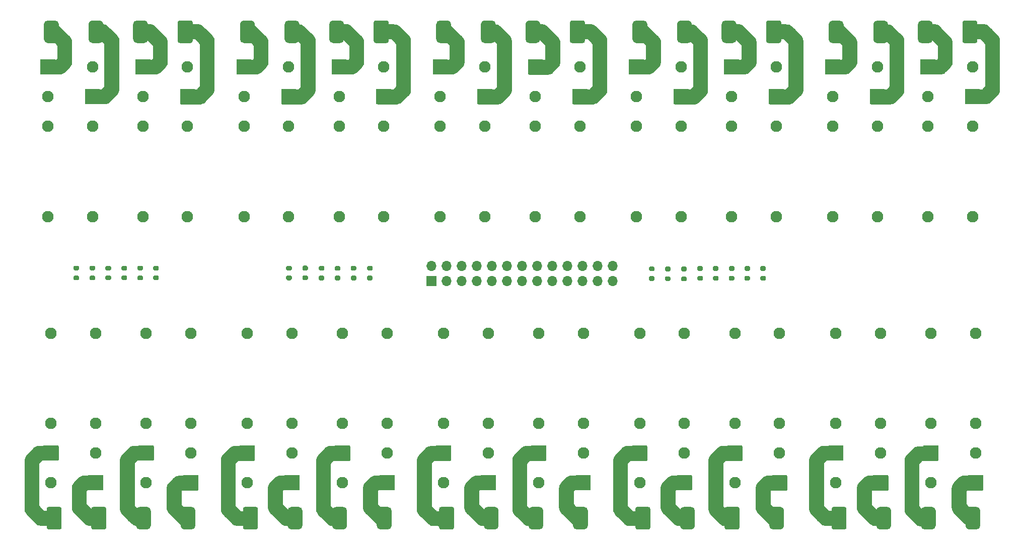
<source format=gbr>
%TF.GenerationSoftware,KiCad,Pcbnew,(5.1.10)-1*%
%TF.CreationDate,2021-10-27T16:31:34+02:00*%
%TF.ProjectId,boneIO - relay board,626f6e65-494f-4202-9d20-72656c617920,rev?*%
%TF.SameCoordinates,Original*%
%TF.FileFunction,Soldermask,Bot*%
%TF.FilePolarity,Negative*%
%FSLAX46Y46*%
G04 Gerber Fmt 4.6, Leading zero omitted, Abs format (unit mm)*
G04 Created by KiCad (PCBNEW (5.1.10)-1) date 2021-10-27 16:31:34*
%MOMM*%
%LPD*%
G01*
G04 APERTURE LIST*
%ADD10C,1.950000*%
%ADD11R,2.500000X2.500000*%
%ADD12O,1.700000X1.700000*%
%ADD13R,1.700000X1.700000*%
%ADD14C,0.100000*%
%ADD15C,0.250000*%
G04 APERTURE END LIST*
%TO.C,R29*%
G36*
G01*
X396475000Y-314088000D02*
X395925000Y-314088000D01*
G75*
G02*
X395725000Y-313888000I0J200000D01*
G01*
X395725000Y-313488000D01*
G75*
G02*
X395925000Y-313288000I200000J0D01*
G01*
X396475000Y-313288000D01*
G75*
G02*
X396675000Y-313488000I0J-200000D01*
G01*
X396675000Y-313888000D01*
G75*
G02*
X396475000Y-314088000I-200000J0D01*
G01*
G37*
G36*
G01*
X396475000Y-315738000D02*
X395925000Y-315738000D01*
G75*
G02*
X395725000Y-315538000I0J200000D01*
G01*
X395725000Y-315138000D01*
G75*
G02*
X395925000Y-314938000I200000J0D01*
G01*
X396475000Y-314938000D01*
G75*
G02*
X396675000Y-315138000I0J-200000D01*
G01*
X396675000Y-315538000D01*
G75*
G02*
X396475000Y-315738000I-200000J0D01*
G01*
G37*
%TD*%
%TO.C,R28*%
G36*
G01*
X399155000Y-314103000D02*
X398605000Y-314103000D01*
G75*
G02*
X398405000Y-313903000I0J200000D01*
G01*
X398405000Y-313503000D01*
G75*
G02*
X398605000Y-313303000I200000J0D01*
G01*
X399155000Y-313303000D01*
G75*
G02*
X399355000Y-313503000I0J-200000D01*
G01*
X399355000Y-313903000D01*
G75*
G02*
X399155000Y-314103000I-200000J0D01*
G01*
G37*
G36*
G01*
X399155000Y-315753000D02*
X398605000Y-315753000D01*
G75*
G02*
X398405000Y-315553000I0J200000D01*
G01*
X398405000Y-315153000D01*
G75*
G02*
X398605000Y-314953000I200000J0D01*
G01*
X399155000Y-314953000D01*
G75*
G02*
X399355000Y-315153000I0J-200000D01*
G01*
X399355000Y-315553000D01*
G75*
G02*
X399155000Y-315753000I-200000J0D01*
G01*
G37*
%TD*%
%TO.C,R27*%
G36*
G01*
X401875000Y-314118000D02*
X401325000Y-314118000D01*
G75*
G02*
X401125000Y-313918000I0J200000D01*
G01*
X401125000Y-313518000D01*
G75*
G02*
X401325000Y-313318000I200000J0D01*
G01*
X401875000Y-313318000D01*
G75*
G02*
X402075000Y-313518000I0J-200000D01*
G01*
X402075000Y-313918000D01*
G75*
G02*
X401875000Y-314118000I-200000J0D01*
G01*
G37*
G36*
G01*
X401875000Y-315768000D02*
X401325000Y-315768000D01*
G75*
G02*
X401125000Y-315568000I0J200000D01*
G01*
X401125000Y-315168000D01*
G75*
G02*
X401325000Y-314968000I200000J0D01*
G01*
X401875000Y-314968000D01*
G75*
G02*
X402075000Y-315168000I0J-200000D01*
G01*
X402075000Y-315568000D01*
G75*
G02*
X401875000Y-315768000I-200000J0D01*
G01*
G37*
%TD*%
%TO.C,R26*%
G36*
G01*
X404615000Y-314023000D02*
X404065000Y-314023000D01*
G75*
G02*
X403865000Y-313823000I0J200000D01*
G01*
X403865000Y-313423000D01*
G75*
G02*
X404065000Y-313223000I200000J0D01*
G01*
X404615000Y-313223000D01*
G75*
G02*
X404815000Y-313423000I0J-200000D01*
G01*
X404815000Y-313823000D01*
G75*
G02*
X404615000Y-314023000I-200000J0D01*
G01*
G37*
G36*
G01*
X404615000Y-315673000D02*
X404065000Y-315673000D01*
G75*
G02*
X403865000Y-315473000I0J200000D01*
G01*
X403865000Y-315073000D01*
G75*
G02*
X404065000Y-314873000I200000J0D01*
G01*
X404615000Y-314873000D01*
G75*
G02*
X404815000Y-315073000I0J-200000D01*
G01*
X404815000Y-315473000D01*
G75*
G02*
X404615000Y-315673000I-200000J0D01*
G01*
G37*
%TD*%
%TO.C,R25*%
G36*
G01*
X407215000Y-314023000D02*
X406665000Y-314023000D01*
G75*
G02*
X406465000Y-313823000I0J200000D01*
G01*
X406465000Y-313423000D01*
G75*
G02*
X406665000Y-313223000I200000J0D01*
G01*
X407215000Y-313223000D01*
G75*
G02*
X407415000Y-313423000I0J-200000D01*
G01*
X407415000Y-313823000D01*
G75*
G02*
X407215000Y-314023000I-200000J0D01*
G01*
G37*
G36*
G01*
X407215000Y-315673000D02*
X406665000Y-315673000D01*
G75*
G02*
X406465000Y-315473000I0J200000D01*
G01*
X406465000Y-315073000D01*
G75*
G02*
X406665000Y-314873000I200000J0D01*
G01*
X407215000Y-314873000D01*
G75*
G02*
X407415000Y-315073000I0J-200000D01*
G01*
X407415000Y-315473000D01*
G75*
G02*
X407215000Y-315673000I-200000J0D01*
G01*
G37*
%TD*%
%TO.C,R24*%
G36*
G01*
X409895000Y-314023000D02*
X409345000Y-314023000D01*
G75*
G02*
X409145000Y-313823000I0J200000D01*
G01*
X409145000Y-313423000D01*
G75*
G02*
X409345000Y-313223000I200000J0D01*
G01*
X409895000Y-313223000D01*
G75*
G02*
X410095000Y-313423000I0J-200000D01*
G01*
X410095000Y-313823000D01*
G75*
G02*
X409895000Y-314023000I-200000J0D01*
G01*
G37*
G36*
G01*
X409895000Y-315673000D02*
X409345000Y-315673000D01*
G75*
G02*
X409145000Y-315473000I0J200000D01*
G01*
X409145000Y-315073000D01*
G75*
G02*
X409345000Y-314873000I200000J0D01*
G01*
X409895000Y-314873000D01*
G75*
G02*
X410095000Y-315073000I0J-200000D01*
G01*
X410095000Y-315473000D01*
G75*
G02*
X409895000Y-315673000I-200000J0D01*
G01*
G37*
%TD*%
%TO.C,R23*%
G36*
G01*
X412525000Y-314023000D02*
X411975000Y-314023000D01*
G75*
G02*
X411775000Y-313823000I0J200000D01*
G01*
X411775000Y-313423000D01*
G75*
G02*
X411975000Y-313223000I200000J0D01*
G01*
X412525000Y-313223000D01*
G75*
G02*
X412725000Y-313423000I0J-200000D01*
G01*
X412725000Y-313823000D01*
G75*
G02*
X412525000Y-314023000I-200000J0D01*
G01*
G37*
G36*
G01*
X412525000Y-315673000D02*
X411975000Y-315673000D01*
G75*
G02*
X411775000Y-315473000I0J200000D01*
G01*
X411775000Y-315073000D01*
G75*
G02*
X411975000Y-314873000I200000J0D01*
G01*
X412525000Y-314873000D01*
G75*
G02*
X412725000Y-315073000I0J-200000D01*
G01*
X412725000Y-315473000D01*
G75*
G02*
X412525000Y-315673000I-200000J0D01*
G01*
G37*
%TD*%
%TO.C,R22*%
G36*
G01*
X415195000Y-314023000D02*
X414645000Y-314023000D01*
G75*
G02*
X414445000Y-313823000I0J200000D01*
G01*
X414445000Y-313423000D01*
G75*
G02*
X414645000Y-313223000I200000J0D01*
G01*
X415195000Y-313223000D01*
G75*
G02*
X415395000Y-313423000I0J-200000D01*
G01*
X415395000Y-313823000D01*
G75*
G02*
X415195000Y-314023000I-200000J0D01*
G01*
G37*
G36*
G01*
X415195000Y-315673000D02*
X414645000Y-315673000D01*
G75*
G02*
X414445000Y-315473000I0J200000D01*
G01*
X414445000Y-315073000D01*
G75*
G02*
X414645000Y-314873000I200000J0D01*
G01*
X415195000Y-314873000D01*
G75*
G02*
X415395000Y-315073000I0J-200000D01*
G01*
X415395000Y-315473000D01*
G75*
G02*
X415195000Y-315673000I-200000J0D01*
G01*
G37*
%TD*%
%TO.C,R21*%
G36*
G01*
X348505000Y-314843000D02*
X349055000Y-314843000D01*
G75*
G02*
X349255000Y-315043000I0J-200000D01*
G01*
X349255000Y-315443000D01*
G75*
G02*
X349055000Y-315643000I-200000J0D01*
G01*
X348505000Y-315643000D01*
G75*
G02*
X348305000Y-315443000I0J200000D01*
G01*
X348305000Y-315043000D01*
G75*
G02*
X348505000Y-314843000I200000J0D01*
G01*
G37*
G36*
G01*
X348505000Y-313193000D02*
X349055000Y-313193000D01*
G75*
G02*
X349255000Y-313393000I0J-200000D01*
G01*
X349255000Y-313793000D01*
G75*
G02*
X349055000Y-313993000I-200000J0D01*
G01*
X348505000Y-313993000D01*
G75*
G02*
X348305000Y-313793000I0J200000D01*
G01*
X348305000Y-313393000D01*
G75*
G02*
X348505000Y-313193000I200000J0D01*
G01*
G37*
%TD*%
%TO.C,R20*%
G36*
G01*
X345765000Y-314843000D02*
X346315000Y-314843000D01*
G75*
G02*
X346515000Y-315043000I0J-200000D01*
G01*
X346515000Y-315443000D01*
G75*
G02*
X346315000Y-315643000I-200000J0D01*
G01*
X345765000Y-315643000D01*
G75*
G02*
X345565000Y-315443000I0J200000D01*
G01*
X345565000Y-315043000D01*
G75*
G02*
X345765000Y-314843000I200000J0D01*
G01*
G37*
G36*
G01*
X345765000Y-313193000D02*
X346315000Y-313193000D01*
G75*
G02*
X346515000Y-313393000I0J-200000D01*
G01*
X346515000Y-313793000D01*
G75*
G02*
X346315000Y-313993000I-200000J0D01*
G01*
X345765000Y-313993000D01*
G75*
G02*
X345565000Y-313793000I0J200000D01*
G01*
X345565000Y-313393000D01*
G75*
G02*
X345765000Y-313193000I200000J0D01*
G01*
G37*
%TD*%
%TO.C,R19*%
G36*
G01*
X343075000Y-314848000D02*
X343625000Y-314848000D01*
G75*
G02*
X343825000Y-315048000I0J-200000D01*
G01*
X343825000Y-315448000D01*
G75*
G02*
X343625000Y-315648000I-200000J0D01*
G01*
X343075000Y-315648000D01*
G75*
G02*
X342875000Y-315448000I0J200000D01*
G01*
X342875000Y-315048000D01*
G75*
G02*
X343075000Y-314848000I200000J0D01*
G01*
G37*
G36*
G01*
X343075000Y-313198000D02*
X343625000Y-313198000D01*
G75*
G02*
X343825000Y-313398000I0J-200000D01*
G01*
X343825000Y-313798000D01*
G75*
G02*
X343625000Y-313998000I-200000J0D01*
G01*
X343075000Y-313998000D01*
G75*
G02*
X342875000Y-313798000I0J200000D01*
G01*
X342875000Y-313398000D01*
G75*
G02*
X343075000Y-313198000I200000J0D01*
G01*
G37*
%TD*%
%TO.C,R18*%
G36*
G01*
X340385000Y-314843000D02*
X340935000Y-314843000D01*
G75*
G02*
X341135000Y-315043000I0J-200000D01*
G01*
X341135000Y-315443000D01*
G75*
G02*
X340935000Y-315643000I-200000J0D01*
G01*
X340385000Y-315643000D01*
G75*
G02*
X340185000Y-315443000I0J200000D01*
G01*
X340185000Y-315043000D01*
G75*
G02*
X340385000Y-314843000I200000J0D01*
G01*
G37*
G36*
G01*
X340385000Y-313193000D02*
X340935000Y-313193000D01*
G75*
G02*
X341135000Y-313393000I0J-200000D01*
G01*
X341135000Y-313793000D01*
G75*
G02*
X340935000Y-313993000I-200000J0D01*
G01*
X340385000Y-313993000D01*
G75*
G02*
X340185000Y-313793000I0J200000D01*
G01*
X340185000Y-313393000D01*
G75*
G02*
X340385000Y-313193000I200000J0D01*
G01*
G37*
%TD*%
%TO.C,R17*%
G36*
G01*
X337625000Y-314808000D02*
X338175000Y-314808000D01*
G75*
G02*
X338375000Y-315008000I0J-200000D01*
G01*
X338375000Y-315408000D01*
G75*
G02*
X338175000Y-315608000I-200000J0D01*
G01*
X337625000Y-315608000D01*
G75*
G02*
X337425000Y-315408000I0J200000D01*
G01*
X337425000Y-315008000D01*
G75*
G02*
X337625000Y-314808000I200000J0D01*
G01*
G37*
G36*
G01*
X337625000Y-313158000D02*
X338175000Y-313158000D01*
G75*
G02*
X338375000Y-313358000I0J-200000D01*
G01*
X338375000Y-313758000D01*
G75*
G02*
X338175000Y-313958000I-200000J0D01*
G01*
X337625000Y-313958000D01*
G75*
G02*
X337425000Y-313758000I0J200000D01*
G01*
X337425000Y-313358000D01*
G75*
G02*
X337625000Y-313158000I200000J0D01*
G01*
G37*
%TD*%
%TO.C,R16*%
G36*
G01*
X334895000Y-314823000D02*
X335445000Y-314823000D01*
G75*
G02*
X335645000Y-315023000I0J-200000D01*
G01*
X335645000Y-315423000D01*
G75*
G02*
X335445000Y-315623000I-200000J0D01*
G01*
X334895000Y-315623000D01*
G75*
G02*
X334695000Y-315423000I0J200000D01*
G01*
X334695000Y-315023000D01*
G75*
G02*
X334895000Y-314823000I200000J0D01*
G01*
G37*
G36*
G01*
X334895000Y-313173000D02*
X335445000Y-313173000D01*
G75*
G02*
X335645000Y-313373000I0J-200000D01*
G01*
X335645000Y-313773000D01*
G75*
G02*
X335445000Y-313973000I-200000J0D01*
G01*
X334895000Y-313973000D01*
G75*
G02*
X334695000Y-313773000I0J200000D01*
G01*
X334695000Y-313373000D01*
G75*
G02*
X334895000Y-313173000I200000J0D01*
G01*
G37*
%TD*%
%TO.C,R15*%
G36*
G01*
X299685000Y-313963000D02*
X299135000Y-313963000D01*
G75*
G02*
X298935000Y-313763000I0J200000D01*
G01*
X298935000Y-313363000D01*
G75*
G02*
X299135000Y-313163000I200000J0D01*
G01*
X299685000Y-313163000D01*
G75*
G02*
X299885000Y-313363000I0J-200000D01*
G01*
X299885000Y-313763000D01*
G75*
G02*
X299685000Y-313963000I-200000J0D01*
G01*
G37*
G36*
G01*
X299685000Y-315613000D02*
X299135000Y-315613000D01*
G75*
G02*
X298935000Y-315413000I0J200000D01*
G01*
X298935000Y-315013000D01*
G75*
G02*
X299135000Y-314813000I200000J0D01*
G01*
X299685000Y-314813000D01*
G75*
G02*
X299885000Y-315013000I0J-200000D01*
G01*
X299885000Y-315413000D01*
G75*
G02*
X299685000Y-315613000I-200000J0D01*
G01*
G37*
%TD*%
%TO.C,R14*%
G36*
G01*
X302375000Y-313963000D02*
X301825000Y-313963000D01*
G75*
G02*
X301625000Y-313763000I0J200000D01*
G01*
X301625000Y-313363000D01*
G75*
G02*
X301825000Y-313163000I200000J0D01*
G01*
X302375000Y-313163000D01*
G75*
G02*
X302575000Y-313363000I0J-200000D01*
G01*
X302575000Y-313763000D01*
G75*
G02*
X302375000Y-313963000I-200000J0D01*
G01*
G37*
G36*
G01*
X302375000Y-315613000D02*
X301825000Y-315613000D01*
G75*
G02*
X301625000Y-315413000I0J200000D01*
G01*
X301625000Y-315013000D01*
G75*
G02*
X301825000Y-314813000I200000J0D01*
G01*
X302375000Y-314813000D01*
G75*
G02*
X302575000Y-315013000I0J-200000D01*
G01*
X302575000Y-315413000D01*
G75*
G02*
X302375000Y-315613000I-200000J0D01*
G01*
G37*
%TD*%
%TO.C,R13*%
G36*
G01*
X305065000Y-313963000D02*
X304515000Y-313963000D01*
G75*
G02*
X304315000Y-313763000I0J200000D01*
G01*
X304315000Y-313363000D01*
G75*
G02*
X304515000Y-313163000I200000J0D01*
G01*
X305065000Y-313163000D01*
G75*
G02*
X305265000Y-313363000I0J-200000D01*
G01*
X305265000Y-313763000D01*
G75*
G02*
X305065000Y-313963000I-200000J0D01*
G01*
G37*
G36*
G01*
X305065000Y-315613000D02*
X304515000Y-315613000D01*
G75*
G02*
X304315000Y-315413000I0J200000D01*
G01*
X304315000Y-315013000D01*
G75*
G02*
X304515000Y-314813000I200000J0D01*
G01*
X305065000Y-314813000D01*
G75*
G02*
X305265000Y-315013000I0J-200000D01*
G01*
X305265000Y-315413000D01*
G75*
G02*
X305065000Y-315613000I-200000J0D01*
G01*
G37*
%TD*%
%TO.C,R12*%
G36*
G01*
X307755000Y-313963000D02*
X307205000Y-313963000D01*
G75*
G02*
X307005000Y-313763000I0J200000D01*
G01*
X307005000Y-313363000D01*
G75*
G02*
X307205000Y-313163000I200000J0D01*
G01*
X307755000Y-313163000D01*
G75*
G02*
X307955000Y-313363000I0J-200000D01*
G01*
X307955000Y-313763000D01*
G75*
G02*
X307755000Y-313963000I-200000J0D01*
G01*
G37*
G36*
G01*
X307755000Y-315613000D02*
X307205000Y-315613000D01*
G75*
G02*
X307005000Y-315413000I0J200000D01*
G01*
X307005000Y-315013000D01*
G75*
G02*
X307205000Y-314813000I200000J0D01*
G01*
X307755000Y-314813000D01*
G75*
G02*
X307955000Y-315013000I0J-200000D01*
G01*
X307955000Y-315413000D01*
G75*
G02*
X307755000Y-315613000I-200000J0D01*
G01*
G37*
%TD*%
%TO.C,R11*%
G36*
G01*
X310445000Y-313963000D02*
X309895000Y-313963000D01*
G75*
G02*
X309695000Y-313763000I0J200000D01*
G01*
X309695000Y-313363000D01*
G75*
G02*
X309895000Y-313163000I200000J0D01*
G01*
X310445000Y-313163000D01*
G75*
G02*
X310645000Y-313363000I0J-200000D01*
G01*
X310645000Y-313763000D01*
G75*
G02*
X310445000Y-313963000I-200000J0D01*
G01*
G37*
G36*
G01*
X310445000Y-315613000D02*
X309895000Y-315613000D01*
G75*
G02*
X309695000Y-315413000I0J200000D01*
G01*
X309695000Y-315013000D01*
G75*
G02*
X309895000Y-314813000I200000J0D01*
G01*
X310445000Y-314813000D01*
G75*
G02*
X310645000Y-315013000I0J-200000D01*
G01*
X310645000Y-315413000D01*
G75*
G02*
X310445000Y-315613000I-200000J0D01*
G01*
G37*
%TD*%
%TO.C,R10*%
G36*
G01*
X313085000Y-313963000D02*
X312535000Y-313963000D01*
G75*
G02*
X312335000Y-313763000I0J200000D01*
G01*
X312335000Y-313363000D01*
G75*
G02*
X312535000Y-313163000I200000J0D01*
G01*
X313085000Y-313163000D01*
G75*
G02*
X313285000Y-313363000I0J-200000D01*
G01*
X313285000Y-313763000D01*
G75*
G02*
X313085000Y-313963000I-200000J0D01*
G01*
G37*
G36*
G01*
X313085000Y-315613000D02*
X312535000Y-315613000D01*
G75*
G02*
X312335000Y-315413000I0J200000D01*
G01*
X312335000Y-315013000D01*
G75*
G02*
X312535000Y-314813000I200000J0D01*
G01*
X313085000Y-314813000D01*
G75*
G02*
X313285000Y-315013000I0J-200000D01*
G01*
X313285000Y-315413000D01*
G75*
G02*
X313085000Y-315613000I-200000J0D01*
G01*
G37*
%TD*%
D10*
%TO.C,K1*%
X302665000Y-324508000D03*
X295165000Y-324508000D03*
D11*
X302665000Y-349708000D03*
D10*
X302665000Y-339708000D03*
X302665000Y-344708000D03*
X295165000Y-349708000D03*
X295165000Y-339708000D03*
D11*
X295165000Y-344708000D03*
%TD*%
D12*
%TO.C,J3*%
X389620000Y-313168000D03*
X389620000Y-315708000D03*
X387080000Y-313168000D03*
X387080000Y-315708000D03*
X384540000Y-313168000D03*
X384540000Y-315708000D03*
X382000000Y-313168000D03*
X382000000Y-315708000D03*
X379460000Y-313168000D03*
X379460000Y-315708000D03*
X376920000Y-313168000D03*
X376920000Y-315708000D03*
X374380000Y-313168000D03*
X374380000Y-315708000D03*
X371840000Y-313168000D03*
X371840000Y-315708000D03*
X369300000Y-313168000D03*
X369300000Y-315708000D03*
X366760000Y-313168000D03*
X366760000Y-315708000D03*
X364220000Y-313168000D03*
X364220000Y-315708000D03*
X361680000Y-313168000D03*
X361680000Y-315708000D03*
X359140000Y-313168000D03*
D13*
X359140000Y-315708000D03*
%TD*%
D10*
%TO.C,K2*%
X318665000Y-324508000D03*
X311165000Y-324508000D03*
D11*
X318665000Y-349708000D03*
D10*
X318665000Y-339708000D03*
X318665000Y-344708000D03*
X311165000Y-349708000D03*
X311165000Y-339708000D03*
D11*
X311165000Y-344708000D03*
%TD*%
D10*
%TO.C,K18*%
X409615000Y-304883000D03*
X417115000Y-304883000D03*
D14*
G36*
X410865000Y-278433000D02*
G01*
X410865000Y-280933000D01*
X408365000Y-280933000D01*
X408365000Y-278433000D01*
X410865000Y-278433000D01*
G37*
D10*
X409615000Y-289683000D03*
X409615000Y-284683000D03*
X417115000Y-279683000D03*
X417115000Y-289683000D03*
D14*
G36*
X418365000Y-283433000D02*
G01*
X418365000Y-285933000D01*
X415865000Y-285933000D01*
X415865000Y-283433000D01*
X418365000Y-283433000D01*
G37*
%TD*%
D10*
%TO.C,K20*%
X442615000Y-304883000D03*
X450115000Y-304883000D03*
D14*
G36*
X443865000Y-278433000D02*
G01*
X443865000Y-280933000D01*
X441365000Y-280933000D01*
X441365000Y-278433000D01*
X443865000Y-278433000D01*
G37*
D10*
X442615000Y-289683000D03*
X442615000Y-284683000D03*
X450115000Y-279683000D03*
X450115000Y-289683000D03*
D14*
G36*
X451365000Y-283433000D02*
G01*
X451365000Y-285933000D01*
X448865000Y-285933000D01*
X448865000Y-283433000D01*
X451365000Y-283433000D01*
G37*
%TD*%
D10*
%TO.C,K19*%
X426615000Y-304883000D03*
X434115000Y-304883000D03*
D14*
G36*
X427865000Y-278433000D02*
G01*
X427865000Y-280933000D01*
X425365000Y-280933000D01*
X425365000Y-278433000D01*
X427865000Y-278433000D01*
G37*
D10*
X426615000Y-289683000D03*
X426615000Y-284683000D03*
X434115000Y-279683000D03*
X434115000Y-289683000D03*
D14*
G36*
X435365000Y-283433000D02*
G01*
X435365000Y-285933000D01*
X432865000Y-285933000D01*
X432865000Y-283433000D01*
X435365000Y-283433000D01*
G37*
%TD*%
D10*
%TO.C,K17*%
X393615000Y-304883000D03*
X401115000Y-304883000D03*
D14*
G36*
X394865000Y-278433000D02*
G01*
X394865000Y-280933000D01*
X392365000Y-280933000D01*
X392365000Y-278433000D01*
X394865000Y-278433000D01*
G37*
D10*
X393615000Y-289683000D03*
X393615000Y-284683000D03*
X401115000Y-279683000D03*
X401115000Y-289683000D03*
D14*
G36*
X402365000Y-283433000D02*
G01*
X402365000Y-285933000D01*
X399865000Y-285933000D01*
X399865000Y-283433000D01*
X402365000Y-283433000D01*
G37*
%TD*%
D10*
%TO.C,K13*%
X376615000Y-304883000D03*
X384115000Y-304883000D03*
D14*
G36*
X377865000Y-278433000D02*
G01*
X377865000Y-280933000D01*
X375365000Y-280933000D01*
X375365000Y-278433000D01*
X377865000Y-278433000D01*
G37*
D10*
X376615000Y-289683000D03*
X376615000Y-284683000D03*
X384115000Y-279683000D03*
X384115000Y-289683000D03*
D14*
G36*
X385365000Y-283433000D02*
G01*
X385365000Y-285933000D01*
X382865000Y-285933000D01*
X382865000Y-283433000D01*
X385365000Y-283433000D01*
G37*
%TD*%
D10*
%TO.C,K14*%
X360615000Y-304883000D03*
X368115000Y-304883000D03*
D14*
G36*
X361865000Y-278433000D02*
G01*
X361865000Y-280933000D01*
X359365000Y-280933000D01*
X359365000Y-278433000D01*
X361865000Y-278433000D01*
G37*
D10*
X360615000Y-289683000D03*
X360615000Y-284683000D03*
X368115000Y-279683000D03*
X368115000Y-289683000D03*
D14*
G36*
X369365000Y-283433000D02*
G01*
X369365000Y-285933000D01*
X366865000Y-285933000D01*
X366865000Y-283433000D01*
X369365000Y-283433000D01*
G37*
%TD*%
D10*
%TO.C,K15*%
X343615000Y-304883000D03*
X351115000Y-304883000D03*
D14*
G36*
X344865000Y-278433000D02*
G01*
X344865000Y-280933000D01*
X342365000Y-280933000D01*
X342365000Y-278433000D01*
X344865000Y-278433000D01*
G37*
D10*
X343615000Y-289683000D03*
X343615000Y-284683000D03*
X351115000Y-279683000D03*
X351115000Y-289683000D03*
D14*
G36*
X352365000Y-283433000D02*
G01*
X352365000Y-285933000D01*
X349865000Y-285933000D01*
X349865000Y-283433000D01*
X352365000Y-283433000D01*
G37*
%TD*%
D10*
%TO.C,K16*%
X327615000Y-304883000D03*
X335115000Y-304883000D03*
D14*
G36*
X328865000Y-278433000D02*
G01*
X328865000Y-280933000D01*
X326365000Y-280933000D01*
X326365000Y-278433000D01*
X328865000Y-278433000D01*
G37*
D10*
X327615000Y-289683000D03*
X327615000Y-284683000D03*
X335115000Y-279683000D03*
X335115000Y-289683000D03*
D14*
G36*
X336365000Y-283433000D02*
G01*
X336365000Y-285933000D01*
X333865000Y-285933000D01*
X333865000Y-283433000D01*
X336365000Y-283433000D01*
G37*
%TD*%
D10*
%TO.C,K12*%
X310615000Y-304883000D03*
X318115000Y-304883000D03*
D14*
G36*
X311865000Y-278433000D02*
G01*
X311865000Y-280933000D01*
X309365000Y-280933000D01*
X309365000Y-278433000D01*
X311865000Y-278433000D01*
G37*
D10*
X310615000Y-289683000D03*
X310615000Y-284683000D03*
X318115000Y-279683000D03*
X318115000Y-289683000D03*
D14*
G36*
X319365000Y-283433000D02*
G01*
X319365000Y-285933000D01*
X316865000Y-285933000D01*
X316865000Y-283433000D01*
X319365000Y-283433000D01*
G37*
%TD*%
D10*
%TO.C,K11*%
X294615000Y-304883000D03*
X302115000Y-304883000D03*
D14*
G36*
X295865000Y-278433000D02*
G01*
X295865000Y-280933000D01*
X293365000Y-280933000D01*
X293365000Y-278433000D01*
X295865000Y-278433000D01*
G37*
D10*
X294615000Y-289683000D03*
X294615000Y-284683000D03*
X302115000Y-279683000D03*
X302115000Y-289683000D03*
D14*
G36*
X303365000Y-283433000D02*
G01*
X303365000Y-285933000D01*
X300865000Y-285933000D01*
X300865000Y-283433000D01*
X303365000Y-283433000D01*
G37*
%TD*%
D10*
%TO.C,K10*%
X450665000Y-324508000D03*
X443165000Y-324508000D03*
D11*
X450665000Y-349708000D03*
D10*
X450665000Y-339708000D03*
X450665000Y-344708000D03*
X443165000Y-349708000D03*
X443165000Y-339708000D03*
D11*
X443165000Y-344708000D03*
%TD*%
D10*
%TO.C,K9*%
X434665000Y-324508000D03*
X427165000Y-324508000D03*
D14*
G36*
X433415000Y-350958000D02*
G01*
X433415000Y-348458000D01*
X435915000Y-348458000D01*
X435915000Y-350958000D01*
X433415000Y-350958000D01*
G37*
D10*
X434665000Y-339708000D03*
X434665000Y-344708000D03*
X427165000Y-349708000D03*
X427165000Y-339708000D03*
D14*
G36*
X425915000Y-345958000D02*
G01*
X425915000Y-343458000D01*
X428415000Y-343458000D01*
X428415000Y-345958000D01*
X425915000Y-345958000D01*
G37*
%TD*%
D10*
%TO.C,K8*%
X417665000Y-324508000D03*
X410165000Y-324508000D03*
D14*
G36*
X416415000Y-350958000D02*
G01*
X416415000Y-348458000D01*
X418915000Y-348458000D01*
X418915000Y-350958000D01*
X416415000Y-350958000D01*
G37*
D10*
X417665000Y-339708000D03*
X417665000Y-344708000D03*
X410165000Y-349708000D03*
X410165000Y-339708000D03*
D14*
G36*
X408915000Y-345958000D02*
G01*
X408915000Y-343458000D01*
X411415000Y-343458000D01*
X411415000Y-345958000D01*
X408915000Y-345958000D01*
G37*
%TD*%
D10*
%TO.C,K7*%
X401665000Y-324508000D03*
X394165000Y-324508000D03*
D14*
G36*
X400415000Y-350958000D02*
G01*
X400415000Y-348458000D01*
X402915000Y-348458000D01*
X402915000Y-350958000D01*
X400415000Y-350958000D01*
G37*
D10*
X401665000Y-339708000D03*
X401665000Y-344708000D03*
X394165000Y-349708000D03*
X394165000Y-339708000D03*
D14*
G36*
X392915000Y-345958000D02*
G01*
X392915000Y-343458000D01*
X395415000Y-343458000D01*
X395415000Y-345958000D01*
X392915000Y-345958000D01*
G37*
%TD*%
D10*
%TO.C,K6*%
X384665000Y-324508000D03*
X377165000Y-324508000D03*
D14*
G36*
X383415000Y-350958000D02*
G01*
X383415000Y-348458000D01*
X385915000Y-348458000D01*
X385915000Y-350958000D01*
X383415000Y-350958000D01*
G37*
D10*
X384665000Y-339708000D03*
X384665000Y-344708000D03*
X377165000Y-349708000D03*
X377165000Y-339708000D03*
D11*
X377165000Y-344708000D03*
%TD*%
D10*
%TO.C,K5*%
X368665000Y-324508000D03*
X361165000Y-324508000D03*
D11*
X368665000Y-349708000D03*
D10*
X368665000Y-339708000D03*
X368665000Y-344708000D03*
X361165000Y-349708000D03*
X361165000Y-339708000D03*
D11*
X361165000Y-344708000D03*
%TD*%
D10*
%TO.C,K4*%
X351665000Y-324508000D03*
X344165000Y-324508000D03*
D11*
X351665000Y-349708000D03*
D10*
X351665000Y-339708000D03*
X351665000Y-344708000D03*
X344165000Y-349708000D03*
X344165000Y-339708000D03*
D11*
X344165000Y-344708000D03*
%TD*%
D10*
%TO.C,K3*%
X335665000Y-324508000D03*
X328165000Y-324508000D03*
D11*
X335665000Y-349708000D03*
D10*
X335665000Y-339708000D03*
X335665000Y-344708000D03*
X328165000Y-349708000D03*
X328165000Y-339708000D03*
D11*
X328165000Y-344708000D03*
%TD*%
%TO.C,J1*%
G36*
G01*
X316940000Y-356958000D02*
X316940000Y-354408000D01*
G75*
G02*
X317565000Y-353783000I625000J0D01*
G01*
X318815000Y-353783000D01*
G75*
G02*
X319440000Y-354408000I0J-625000D01*
G01*
X319440000Y-356958000D01*
G75*
G02*
X318815000Y-357583000I-625000J0D01*
G01*
X317565000Y-357583000D01*
G75*
G02*
X316940000Y-356958000I0J625000D01*
G01*
G37*
G36*
G01*
X309440000Y-356958000D02*
X309440000Y-354408000D01*
G75*
G02*
X310065000Y-353783000I625000J0D01*
G01*
X311315000Y-353783000D01*
G75*
G02*
X311940000Y-354408000I0J-625000D01*
G01*
X311940000Y-356958000D01*
G75*
G02*
X311315000Y-357583000I-625000J0D01*
G01*
X310065000Y-357583000D01*
G75*
G02*
X309440000Y-356958000I0J625000D01*
G01*
G37*
G36*
G01*
X301940000Y-357270500D02*
X301940000Y-354095500D01*
G75*
G02*
X302252500Y-353783000I312500J0D01*
G01*
X304127500Y-353783000D01*
G75*
G02*
X304440000Y-354095500I0J-312500D01*
G01*
X304440000Y-357270500D01*
G75*
G02*
X304127500Y-357583000I-312500J0D01*
G01*
X302252500Y-357583000D01*
G75*
G02*
X301940000Y-357270500I0J312500D01*
G01*
G37*
G36*
G01*
X294440000Y-357270500D02*
X294440000Y-354095500D01*
G75*
G02*
X294752500Y-353783000I312500J0D01*
G01*
X296627500Y-353783000D01*
G75*
G02*
X296940000Y-354095500I0J-312500D01*
G01*
X296940000Y-357270500D01*
G75*
G02*
X296627500Y-357583000I-312500J0D01*
G01*
X294752500Y-357583000D01*
G75*
G02*
X294440000Y-357270500I0J312500D01*
G01*
G37*
%TD*%
%TO.C,J11*%
G36*
G01*
X428440000Y-272508000D02*
X428440000Y-275058000D01*
G75*
G02*
X427815000Y-275683000I-625000J0D01*
G01*
X426565000Y-275683000D01*
G75*
G02*
X425940000Y-275058000I0J625000D01*
G01*
X425940000Y-272508000D01*
G75*
G02*
X426565000Y-271883000I625000J0D01*
G01*
X427815000Y-271883000D01*
G75*
G02*
X428440000Y-272508000I0J-625000D01*
G01*
G37*
G36*
G01*
X435940000Y-272508000D02*
X435940000Y-275058000D01*
G75*
G02*
X435315000Y-275683000I-625000J0D01*
G01*
X434065000Y-275683000D01*
G75*
G02*
X433440000Y-275058000I0J625000D01*
G01*
X433440000Y-272508000D01*
G75*
G02*
X434065000Y-271883000I625000J0D01*
G01*
X435315000Y-271883000D01*
G75*
G02*
X435940000Y-272508000I0J-625000D01*
G01*
G37*
G36*
G01*
X443440000Y-272508000D02*
X443440000Y-275058000D01*
G75*
G02*
X442815000Y-275683000I-625000J0D01*
G01*
X441565000Y-275683000D01*
G75*
G02*
X440940000Y-275058000I0J625000D01*
G01*
X440940000Y-272508000D01*
G75*
G02*
X441565000Y-271883000I625000J0D01*
G01*
X442815000Y-271883000D01*
G75*
G02*
X443440000Y-272508000I0J-625000D01*
G01*
G37*
G36*
G01*
X450940000Y-272195500D02*
X450940000Y-275370500D01*
G75*
G02*
X450627500Y-275683000I-312500J0D01*
G01*
X448752500Y-275683000D01*
G75*
G02*
X448440000Y-275370500I0J312500D01*
G01*
X448440000Y-272195500D01*
G75*
G02*
X448752500Y-271883000I312500J0D01*
G01*
X450627500Y-271883000D01*
G75*
G02*
X450940000Y-272195500I0J-312500D01*
G01*
G37*
%TD*%
%TO.C,J10*%
G36*
G01*
X395440000Y-272483000D02*
X395440000Y-275033000D01*
G75*
G02*
X394815000Y-275658000I-625000J0D01*
G01*
X393565000Y-275658000D01*
G75*
G02*
X392940000Y-275033000I0J625000D01*
G01*
X392940000Y-272483000D01*
G75*
G02*
X393565000Y-271858000I625000J0D01*
G01*
X394815000Y-271858000D01*
G75*
G02*
X395440000Y-272483000I0J-625000D01*
G01*
G37*
G36*
G01*
X402940000Y-272483000D02*
X402940000Y-275033000D01*
G75*
G02*
X402315000Y-275658000I-625000J0D01*
G01*
X401065000Y-275658000D01*
G75*
G02*
X400440000Y-275033000I0J625000D01*
G01*
X400440000Y-272483000D01*
G75*
G02*
X401065000Y-271858000I625000J0D01*
G01*
X402315000Y-271858000D01*
G75*
G02*
X402940000Y-272483000I0J-625000D01*
G01*
G37*
G36*
G01*
X410440000Y-272483000D02*
X410440000Y-275033000D01*
G75*
G02*
X409815000Y-275658000I-625000J0D01*
G01*
X408565000Y-275658000D01*
G75*
G02*
X407940000Y-275033000I0J625000D01*
G01*
X407940000Y-272483000D01*
G75*
G02*
X408565000Y-271858000I625000J0D01*
G01*
X409815000Y-271858000D01*
G75*
G02*
X410440000Y-272483000I0J-625000D01*
G01*
G37*
G36*
G01*
X417940000Y-272170500D02*
X417940000Y-275345500D01*
G75*
G02*
X417627500Y-275658000I-312500J0D01*
G01*
X415752500Y-275658000D01*
G75*
G02*
X415440000Y-275345500I0J312500D01*
G01*
X415440000Y-272170500D01*
G75*
G02*
X415752500Y-271858000I312500J0D01*
G01*
X417627500Y-271858000D01*
G75*
G02*
X417940000Y-272170500I0J-312500D01*
G01*
G37*
%TD*%
%TO.C,J9*%
G36*
G01*
X329440000Y-272483000D02*
X329440000Y-275033000D01*
G75*
G02*
X328815000Y-275658000I-625000J0D01*
G01*
X327565000Y-275658000D01*
G75*
G02*
X326940000Y-275033000I0J625000D01*
G01*
X326940000Y-272483000D01*
G75*
G02*
X327565000Y-271858000I625000J0D01*
G01*
X328815000Y-271858000D01*
G75*
G02*
X329440000Y-272483000I0J-625000D01*
G01*
G37*
G36*
G01*
X336940000Y-272483000D02*
X336940000Y-275033000D01*
G75*
G02*
X336315000Y-275658000I-625000J0D01*
G01*
X335065000Y-275658000D01*
G75*
G02*
X334440000Y-275033000I0J625000D01*
G01*
X334440000Y-272483000D01*
G75*
G02*
X335065000Y-271858000I625000J0D01*
G01*
X336315000Y-271858000D01*
G75*
G02*
X336940000Y-272483000I0J-625000D01*
G01*
G37*
G36*
G01*
X344440000Y-272483000D02*
X344440000Y-275033000D01*
G75*
G02*
X343815000Y-275658000I-625000J0D01*
G01*
X342565000Y-275658000D01*
G75*
G02*
X341940000Y-275033000I0J625000D01*
G01*
X341940000Y-272483000D01*
G75*
G02*
X342565000Y-271858000I625000J0D01*
G01*
X343815000Y-271858000D01*
G75*
G02*
X344440000Y-272483000I0J-625000D01*
G01*
G37*
G36*
G01*
X351940000Y-272170500D02*
X351940000Y-275345500D01*
G75*
G02*
X351627500Y-275658000I-312500J0D01*
G01*
X349752500Y-275658000D01*
G75*
G02*
X349440000Y-275345500I0J312500D01*
G01*
X349440000Y-272170500D01*
G75*
G02*
X349752500Y-271858000I312500J0D01*
G01*
X351627500Y-271858000D01*
G75*
G02*
X351940000Y-272170500I0J-312500D01*
G01*
G37*
%TD*%
%TO.C,J8*%
G36*
G01*
X362440000Y-272483000D02*
X362440000Y-275033000D01*
G75*
G02*
X361815000Y-275658000I-625000J0D01*
G01*
X360565000Y-275658000D01*
G75*
G02*
X359940000Y-275033000I0J625000D01*
G01*
X359940000Y-272483000D01*
G75*
G02*
X360565000Y-271858000I625000J0D01*
G01*
X361815000Y-271858000D01*
G75*
G02*
X362440000Y-272483000I0J-625000D01*
G01*
G37*
G36*
G01*
X369940000Y-272483000D02*
X369940000Y-275033000D01*
G75*
G02*
X369315000Y-275658000I-625000J0D01*
G01*
X368065000Y-275658000D01*
G75*
G02*
X367440000Y-275033000I0J625000D01*
G01*
X367440000Y-272483000D01*
G75*
G02*
X368065000Y-271858000I625000J0D01*
G01*
X369315000Y-271858000D01*
G75*
G02*
X369940000Y-272483000I0J-625000D01*
G01*
G37*
G36*
G01*
X377440000Y-272483000D02*
X377440000Y-275033000D01*
G75*
G02*
X376815000Y-275658000I-625000J0D01*
G01*
X375565000Y-275658000D01*
G75*
G02*
X374940000Y-275033000I0J625000D01*
G01*
X374940000Y-272483000D01*
G75*
G02*
X375565000Y-271858000I625000J0D01*
G01*
X376815000Y-271858000D01*
G75*
G02*
X377440000Y-272483000I0J-625000D01*
G01*
G37*
G36*
G01*
X384940000Y-272170500D02*
X384940000Y-275345500D01*
G75*
G02*
X384627500Y-275658000I-312500J0D01*
G01*
X382752500Y-275658000D01*
G75*
G02*
X382440000Y-275345500I0J312500D01*
G01*
X382440000Y-272170500D01*
G75*
G02*
X382752500Y-271858000I312500J0D01*
G01*
X384627500Y-271858000D01*
G75*
G02*
X384940000Y-272170500I0J-312500D01*
G01*
G37*
%TD*%
%TO.C,J7*%
G36*
G01*
X296465000Y-272483000D02*
X296465000Y-275033000D01*
G75*
G02*
X295840000Y-275658000I-625000J0D01*
G01*
X294590000Y-275658000D01*
G75*
G02*
X293965000Y-275033000I0J625000D01*
G01*
X293965000Y-272483000D01*
G75*
G02*
X294590000Y-271858000I625000J0D01*
G01*
X295840000Y-271858000D01*
G75*
G02*
X296465000Y-272483000I0J-625000D01*
G01*
G37*
G36*
G01*
X303965000Y-272483000D02*
X303965000Y-275033000D01*
G75*
G02*
X303340000Y-275658000I-625000J0D01*
G01*
X302090000Y-275658000D01*
G75*
G02*
X301465000Y-275033000I0J625000D01*
G01*
X301465000Y-272483000D01*
G75*
G02*
X302090000Y-271858000I625000J0D01*
G01*
X303340000Y-271858000D01*
G75*
G02*
X303965000Y-272483000I0J-625000D01*
G01*
G37*
G36*
G01*
X311465000Y-272483000D02*
X311465000Y-275033000D01*
G75*
G02*
X310840000Y-275658000I-625000J0D01*
G01*
X309590000Y-275658000D01*
G75*
G02*
X308965000Y-275033000I0J625000D01*
G01*
X308965000Y-272483000D01*
G75*
G02*
X309590000Y-271858000I625000J0D01*
G01*
X310840000Y-271858000D01*
G75*
G02*
X311465000Y-272483000I0J-625000D01*
G01*
G37*
G36*
G01*
X318965000Y-272170500D02*
X318965000Y-275345500D01*
G75*
G02*
X318652500Y-275658000I-312500J0D01*
G01*
X316777500Y-275658000D01*
G75*
G02*
X316465000Y-275345500I0J312500D01*
G01*
X316465000Y-272170500D01*
G75*
G02*
X316777500Y-271858000I312500J0D01*
G01*
X318652500Y-271858000D01*
G75*
G02*
X318965000Y-272170500I0J-312500D01*
G01*
G37*
%TD*%
%TO.C,J6*%
G36*
G01*
X448940000Y-356958000D02*
X448940000Y-354408000D01*
G75*
G02*
X449565000Y-353783000I625000J0D01*
G01*
X450815000Y-353783000D01*
G75*
G02*
X451440000Y-354408000I0J-625000D01*
G01*
X451440000Y-356958000D01*
G75*
G02*
X450815000Y-357583000I-625000J0D01*
G01*
X449565000Y-357583000D01*
G75*
G02*
X448940000Y-356958000I0J625000D01*
G01*
G37*
G36*
G01*
X441440000Y-356958000D02*
X441440000Y-354408000D01*
G75*
G02*
X442065000Y-353783000I625000J0D01*
G01*
X443315000Y-353783000D01*
G75*
G02*
X443940000Y-354408000I0J-625000D01*
G01*
X443940000Y-356958000D01*
G75*
G02*
X443315000Y-357583000I-625000J0D01*
G01*
X442065000Y-357583000D01*
G75*
G02*
X441440000Y-356958000I0J625000D01*
G01*
G37*
G36*
G01*
X433940000Y-356958000D02*
X433940000Y-354408000D01*
G75*
G02*
X434565000Y-353783000I625000J0D01*
G01*
X435815000Y-353783000D01*
G75*
G02*
X436440000Y-354408000I0J-625000D01*
G01*
X436440000Y-356958000D01*
G75*
G02*
X435815000Y-357583000I-625000J0D01*
G01*
X434565000Y-357583000D01*
G75*
G02*
X433940000Y-356958000I0J625000D01*
G01*
G37*
G36*
G01*
X426440000Y-357270500D02*
X426440000Y-354095500D01*
G75*
G02*
X426752500Y-353783000I312500J0D01*
G01*
X428627500Y-353783000D01*
G75*
G02*
X428940000Y-354095500I0J-312500D01*
G01*
X428940000Y-357270500D01*
G75*
G02*
X428627500Y-357583000I-312500J0D01*
G01*
X426752500Y-357583000D01*
G75*
G02*
X426440000Y-357270500I0J312500D01*
G01*
G37*
%TD*%
%TO.C,J5*%
G36*
G01*
X415940000Y-356958000D02*
X415940000Y-354408000D01*
G75*
G02*
X416565000Y-353783000I625000J0D01*
G01*
X417815000Y-353783000D01*
G75*
G02*
X418440000Y-354408000I0J-625000D01*
G01*
X418440000Y-356958000D01*
G75*
G02*
X417815000Y-357583000I-625000J0D01*
G01*
X416565000Y-357583000D01*
G75*
G02*
X415940000Y-356958000I0J625000D01*
G01*
G37*
G36*
G01*
X408440000Y-357270500D02*
X408440000Y-354095500D01*
G75*
G02*
X408752500Y-353783000I312500J0D01*
G01*
X410627500Y-353783000D01*
G75*
G02*
X410940000Y-354095500I0J-312500D01*
G01*
X410940000Y-357270500D01*
G75*
G02*
X410627500Y-357583000I-312500J0D01*
G01*
X408752500Y-357583000D01*
G75*
G02*
X408440000Y-357270500I0J312500D01*
G01*
G37*
G36*
G01*
X400940000Y-356958000D02*
X400940000Y-354408000D01*
G75*
G02*
X401565000Y-353783000I625000J0D01*
G01*
X402815000Y-353783000D01*
G75*
G02*
X403440000Y-354408000I0J-625000D01*
G01*
X403440000Y-356958000D01*
G75*
G02*
X402815000Y-357583000I-625000J0D01*
G01*
X401565000Y-357583000D01*
G75*
G02*
X400940000Y-356958000I0J625000D01*
G01*
G37*
G36*
G01*
X393440000Y-357270500D02*
X393440000Y-354095500D01*
G75*
G02*
X393752500Y-353783000I312500J0D01*
G01*
X395627500Y-353783000D01*
G75*
G02*
X395940000Y-354095500I0J-312500D01*
G01*
X395940000Y-357270500D01*
G75*
G02*
X395627500Y-357583000I-312500J0D01*
G01*
X393752500Y-357583000D01*
G75*
G02*
X393440000Y-357270500I0J312500D01*
G01*
G37*
%TD*%
%TO.C,J4*%
G36*
G01*
X382940000Y-356958000D02*
X382940000Y-354408000D01*
G75*
G02*
X383565000Y-353783000I625000J0D01*
G01*
X384815000Y-353783000D01*
G75*
G02*
X385440000Y-354408000I0J-625000D01*
G01*
X385440000Y-356958000D01*
G75*
G02*
X384815000Y-357583000I-625000J0D01*
G01*
X383565000Y-357583000D01*
G75*
G02*
X382940000Y-356958000I0J625000D01*
G01*
G37*
G36*
G01*
X375440000Y-356958000D02*
X375440000Y-354408000D01*
G75*
G02*
X376065000Y-353783000I625000J0D01*
G01*
X377315000Y-353783000D01*
G75*
G02*
X377940000Y-354408000I0J-625000D01*
G01*
X377940000Y-356958000D01*
G75*
G02*
X377315000Y-357583000I-625000J0D01*
G01*
X376065000Y-357583000D01*
G75*
G02*
X375440000Y-356958000I0J625000D01*
G01*
G37*
G36*
G01*
X367940000Y-356958000D02*
X367940000Y-354408000D01*
G75*
G02*
X368565000Y-353783000I625000J0D01*
G01*
X369815000Y-353783000D01*
G75*
G02*
X370440000Y-354408000I0J-625000D01*
G01*
X370440000Y-356958000D01*
G75*
G02*
X369815000Y-357583000I-625000J0D01*
G01*
X368565000Y-357583000D01*
G75*
G02*
X367940000Y-356958000I0J625000D01*
G01*
G37*
G36*
G01*
X360440000Y-357270500D02*
X360440000Y-354095500D01*
G75*
G02*
X360752500Y-353783000I312500J0D01*
G01*
X362627500Y-353783000D01*
G75*
G02*
X362940000Y-354095500I0J-312500D01*
G01*
X362940000Y-357270500D01*
G75*
G02*
X362627500Y-357583000I-312500J0D01*
G01*
X360752500Y-357583000D01*
G75*
G02*
X360440000Y-357270500I0J312500D01*
G01*
G37*
%TD*%
%TO.C,J2*%
G36*
G01*
X349940000Y-356958000D02*
X349940000Y-354408000D01*
G75*
G02*
X350565000Y-353783000I625000J0D01*
G01*
X351815000Y-353783000D01*
G75*
G02*
X352440000Y-354408000I0J-625000D01*
G01*
X352440000Y-356958000D01*
G75*
G02*
X351815000Y-357583000I-625000J0D01*
G01*
X350565000Y-357583000D01*
G75*
G02*
X349940000Y-356958000I0J625000D01*
G01*
G37*
G36*
G01*
X342440000Y-356958000D02*
X342440000Y-354408000D01*
G75*
G02*
X343065000Y-353783000I625000J0D01*
G01*
X344315000Y-353783000D01*
G75*
G02*
X344940000Y-354408000I0J-625000D01*
G01*
X344940000Y-356958000D01*
G75*
G02*
X344315000Y-357583000I-625000J0D01*
G01*
X343065000Y-357583000D01*
G75*
G02*
X342440000Y-356958000I0J625000D01*
G01*
G37*
G36*
G01*
X334940000Y-356958000D02*
X334940000Y-354408000D01*
G75*
G02*
X335565000Y-353783000I625000J0D01*
G01*
X336815000Y-353783000D01*
G75*
G02*
X337440000Y-354408000I0J-625000D01*
G01*
X337440000Y-356958000D01*
G75*
G02*
X336815000Y-357583000I-625000J0D01*
G01*
X335565000Y-357583000D01*
G75*
G02*
X334940000Y-356958000I0J625000D01*
G01*
G37*
G36*
G01*
X327440000Y-357270500D02*
X327440000Y-354095500D01*
G75*
G02*
X327752500Y-353783000I312500J0D01*
G01*
X329627500Y-353783000D01*
G75*
G02*
X329940000Y-354095500I0J-312500D01*
G01*
X329940000Y-357270500D01*
G75*
G02*
X329627500Y-357583000I-312500J0D01*
G01*
X327752500Y-357583000D01*
G75*
G02*
X327440000Y-357270500I0J312500D01*
G01*
G37*
%TD*%
D15*
X296285000Y-345833000D02*
X293630000Y-345833000D01*
X293605614Y-345835402D01*
X293582165Y-345842515D01*
X293560554Y-345854066D01*
X293541612Y-345869612D01*
X293091612Y-346319612D01*
X293076066Y-346338554D01*
X293064515Y-346360165D01*
X293057402Y-346383614D01*
X293055000Y-346408000D01*
X293055000Y-353618000D01*
X293057402Y-353642386D01*
X293064515Y-353665835D01*
X293076066Y-353687446D01*
X293091612Y-353706388D01*
X293901612Y-354516388D01*
X293920554Y-354531934D01*
X293942165Y-354543485D01*
X293965614Y-354550598D01*
X293988596Y-354552992D01*
X294757931Y-354561636D01*
X294811939Y-356811937D01*
X293732013Y-356803012D01*
X293324353Y-356793306D01*
X293104893Y-356747585D01*
X292970312Y-356697117D01*
X292721321Y-356512679D01*
X292238241Y-356039458D01*
X291438936Y-355230162D01*
X291438388Y-355229612D01*
X291094335Y-354885559D01*
X290949742Y-354695781D01*
X290842038Y-354426521D01*
X290805000Y-354130216D01*
X290805000Y-345781241D01*
X290859609Y-345526398D01*
X290948272Y-345322473D01*
X291113762Y-345111014D01*
X292371304Y-343853472D01*
X292533373Y-343736422D01*
X292648499Y-343683287D01*
X292841888Y-343609615D01*
X293019323Y-343583000D01*
X296285000Y-343583000D01*
X296285000Y-345833000D01*
D14*
G36*
X296285000Y-345833000D02*
G01*
X293630000Y-345833000D01*
X293605614Y-345835402D01*
X293582165Y-345842515D01*
X293560554Y-345854066D01*
X293541612Y-345869612D01*
X293091612Y-346319612D01*
X293076066Y-346338554D01*
X293064515Y-346360165D01*
X293057402Y-346383614D01*
X293055000Y-346408000D01*
X293055000Y-353618000D01*
X293057402Y-353642386D01*
X293064515Y-353665835D01*
X293076066Y-353687446D01*
X293091612Y-353706388D01*
X293901612Y-354516388D01*
X293920554Y-354531934D01*
X293942165Y-354543485D01*
X293965614Y-354550598D01*
X293988596Y-354552992D01*
X294757931Y-354561636D01*
X294811939Y-356811937D01*
X293732013Y-356803012D01*
X293324353Y-356793306D01*
X293104893Y-356747585D01*
X292970312Y-356697117D01*
X292721321Y-356512679D01*
X292238241Y-356039458D01*
X291438936Y-355230162D01*
X291438388Y-355229612D01*
X291094335Y-354885559D01*
X290949742Y-354695781D01*
X290842038Y-354426521D01*
X290805000Y-354130216D01*
X290805000Y-345781241D01*
X290859609Y-345526398D01*
X290948272Y-345322473D01*
X291113762Y-345111014D01*
X292371304Y-343853472D01*
X292533373Y-343736422D01*
X292648499Y-343683287D01*
X292841888Y-343609615D01*
X293019323Y-343583000D01*
X296285000Y-343583000D01*
X296285000Y-345833000D01*
G37*
D15*
X303794499Y-350833000D02*
X301230000Y-350833000D01*
X301205614Y-350835402D01*
X301182165Y-350842515D01*
X301160554Y-350854066D01*
X301141612Y-350869612D01*
X301031612Y-350979612D01*
X301016066Y-350998554D01*
X301004515Y-351020165D01*
X300997402Y-351043614D01*
X300995000Y-351068000D01*
X300995000Y-353348000D01*
X300997402Y-353372386D01*
X301004515Y-353395835D01*
X301016066Y-353417446D01*
X301031612Y-353436388D01*
X302041612Y-354446388D01*
X302060554Y-354461934D01*
X302082165Y-354473485D01*
X302105614Y-354480598D01*
X302134804Y-354482908D01*
X302263989Y-354477939D01*
X302245965Y-356803000D01*
X301587784Y-356803000D01*
X301521351Y-356794696D01*
X301438745Y-356776339D01*
X301324965Y-356747894D01*
X301250298Y-356723005D01*
X301066154Y-356621726D01*
X300978988Y-356560709D01*
X300826949Y-356418173D01*
X299072403Y-354663627D01*
X298978075Y-354550434D01*
X298924667Y-354479222D01*
X298890254Y-354419000D01*
X298853070Y-354344632D01*
X298818636Y-354267156D01*
X298811268Y-354237683D01*
X298809472Y-354231239D01*
X298772157Y-354109966D01*
X298753819Y-353990765D01*
X298745000Y-353920216D01*
X298745000Y-350552454D01*
X298754198Y-350423685D01*
X298790619Y-350223369D01*
X298853220Y-350071338D01*
X298924424Y-349937830D01*
X299052655Y-349782121D01*
X299818388Y-349016388D01*
X299821025Y-349013671D01*
X299971755Y-348853520D01*
X300141418Y-348737435D01*
X300325533Y-348654583D01*
X300486617Y-348600889D01*
X300656560Y-348583000D01*
X303785499Y-348583000D01*
X303794499Y-350833000D01*
D14*
G36*
X303794499Y-350833000D02*
G01*
X301230000Y-350833000D01*
X301205614Y-350835402D01*
X301182165Y-350842515D01*
X301160554Y-350854066D01*
X301141612Y-350869612D01*
X301031612Y-350979612D01*
X301016066Y-350998554D01*
X301004515Y-351020165D01*
X300997402Y-351043614D01*
X300995000Y-351068000D01*
X300995000Y-353348000D01*
X300997402Y-353372386D01*
X301004515Y-353395835D01*
X301016066Y-353417446D01*
X301031612Y-353436388D01*
X302041612Y-354446388D01*
X302060554Y-354461934D01*
X302082165Y-354473485D01*
X302105614Y-354480598D01*
X302134804Y-354482908D01*
X302263989Y-354477939D01*
X302245965Y-356803000D01*
X301587784Y-356803000D01*
X301521351Y-356794696D01*
X301438745Y-356776339D01*
X301324965Y-356747894D01*
X301250298Y-356723005D01*
X301066154Y-356621726D01*
X300978988Y-356560709D01*
X300826949Y-356418173D01*
X299072403Y-354663627D01*
X298978075Y-354550434D01*
X298924667Y-354479222D01*
X298890254Y-354419000D01*
X298853070Y-354344632D01*
X298818636Y-354267156D01*
X298811268Y-354237683D01*
X298809472Y-354231239D01*
X298772157Y-354109966D01*
X298753819Y-353990765D01*
X298745000Y-353920216D01*
X298745000Y-350552454D01*
X298754198Y-350423685D01*
X298790619Y-350223369D01*
X298853220Y-350071338D01*
X298924424Y-349937830D01*
X299052655Y-349782121D01*
X299818388Y-349016388D01*
X299821025Y-349013671D01*
X299971755Y-348853520D01*
X300141418Y-348737435D01*
X300325533Y-348654583D01*
X300486617Y-348600889D01*
X300656560Y-348583000D01*
X303785499Y-348583000D01*
X303794499Y-350833000D01*
G37*
D15*
X312305000Y-345813000D02*
X309650000Y-345813000D01*
X309625614Y-345815402D01*
X309602165Y-345822515D01*
X309580554Y-345834066D01*
X309561612Y-345849612D01*
X309111612Y-346299612D01*
X309096066Y-346318554D01*
X309084515Y-346340165D01*
X309077402Y-346363614D01*
X309075000Y-346388000D01*
X309075000Y-353598000D01*
X309077402Y-353622386D01*
X309084515Y-353645835D01*
X309096066Y-353667446D01*
X309111612Y-353686388D01*
X309921612Y-354496388D01*
X309940554Y-354511934D01*
X309962165Y-354523485D01*
X309985614Y-354530598D01*
X310008596Y-354532992D01*
X310777931Y-354541636D01*
X310831939Y-356791937D01*
X309752013Y-356783012D01*
X309344353Y-356773306D01*
X309124893Y-356727585D01*
X308990312Y-356677117D01*
X308741321Y-356492679D01*
X308258241Y-356019458D01*
X307458936Y-355210162D01*
X307458388Y-355209612D01*
X307114335Y-354865559D01*
X306969742Y-354675781D01*
X306862038Y-354406521D01*
X306825000Y-354110216D01*
X306825000Y-345761241D01*
X306879609Y-345506398D01*
X306968272Y-345302473D01*
X307133762Y-345091014D01*
X308391304Y-343833472D01*
X308553373Y-343716422D01*
X308668499Y-343663287D01*
X308861888Y-343589615D01*
X309039323Y-343563000D01*
X312305000Y-343563000D01*
X312305000Y-345813000D01*
D14*
G36*
X312305000Y-345813000D02*
G01*
X309650000Y-345813000D01*
X309625614Y-345815402D01*
X309602165Y-345822515D01*
X309580554Y-345834066D01*
X309561612Y-345849612D01*
X309111612Y-346299612D01*
X309096066Y-346318554D01*
X309084515Y-346340165D01*
X309077402Y-346363614D01*
X309075000Y-346388000D01*
X309075000Y-353598000D01*
X309077402Y-353622386D01*
X309084515Y-353645835D01*
X309096066Y-353667446D01*
X309111612Y-353686388D01*
X309921612Y-354496388D01*
X309940554Y-354511934D01*
X309962165Y-354523485D01*
X309985614Y-354530598D01*
X310008596Y-354532992D01*
X310777931Y-354541636D01*
X310831939Y-356791937D01*
X309752013Y-356783012D01*
X309344353Y-356773306D01*
X309124893Y-356727585D01*
X308990312Y-356677117D01*
X308741321Y-356492679D01*
X308258241Y-356019458D01*
X307458936Y-355210162D01*
X307458388Y-355209612D01*
X307114335Y-354865559D01*
X306969742Y-354675781D01*
X306862038Y-354406521D01*
X306825000Y-354110216D01*
X306825000Y-345761241D01*
X306879609Y-345506398D01*
X306968272Y-345302473D01*
X307133762Y-345091014D01*
X308391304Y-343833472D01*
X308553373Y-343716422D01*
X308668499Y-343663287D01*
X308861888Y-343589615D01*
X309039323Y-343563000D01*
X312305000Y-343563000D01*
X312305000Y-345813000D01*
G37*
D15*
X329285000Y-345843000D02*
X326630000Y-345843000D01*
X326605614Y-345845402D01*
X326582165Y-345852515D01*
X326560554Y-345864066D01*
X326541612Y-345879612D01*
X326091612Y-346329612D01*
X326076066Y-346348554D01*
X326064515Y-346370165D01*
X326057402Y-346393614D01*
X326055000Y-346418000D01*
X326055000Y-353628000D01*
X326057402Y-353652386D01*
X326064515Y-353675835D01*
X326076066Y-353697446D01*
X326091612Y-353716388D01*
X326901612Y-354526388D01*
X326920554Y-354541934D01*
X326942165Y-354553485D01*
X326965614Y-354560598D01*
X326988596Y-354562992D01*
X327757931Y-354571636D01*
X327811939Y-356821937D01*
X326732013Y-356813012D01*
X326324353Y-356803306D01*
X326104893Y-356757585D01*
X325970312Y-356707117D01*
X325721321Y-356522679D01*
X325238241Y-356049458D01*
X324438936Y-355240162D01*
X324438388Y-355239612D01*
X324094335Y-354895559D01*
X323949742Y-354705781D01*
X323842038Y-354436521D01*
X323805000Y-354140216D01*
X323805000Y-345791241D01*
X323859609Y-345536398D01*
X323948272Y-345332473D01*
X324113762Y-345121014D01*
X325371304Y-343863472D01*
X325533373Y-343746422D01*
X325648499Y-343693287D01*
X325841888Y-343619615D01*
X326019323Y-343593000D01*
X329285000Y-343593000D01*
X329285000Y-345843000D01*
D14*
G36*
X329285000Y-345843000D02*
G01*
X326630000Y-345843000D01*
X326605614Y-345845402D01*
X326582165Y-345852515D01*
X326560554Y-345864066D01*
X326541612Y-345879612D01*
X326091612Y-346329612D01*
X326076066Y-346348554D01*
X326064515Y-346370165D01*
X326057402Y-346393614D01*
X326055000Y-346418000D01*
X326055000Y-353628000D01*
X326057402Y-353652386D01*
X326064515Y-353675835D01*
X326076066Y-353697446D01*
X326091612Y-353716388D01*
X326901612Y-354526388D01*
X326920554Y-354541934D01*
X326942165Y-354553485D01*
X326965614Y-354560598D01*
X326988596Y-354562992D01*
X327757931Y-354571636D01*
X327811939Y-356821937D01*
X326732013Y-356813012D01*
X326324353Y-356803306D01*
X326104893Y-356757585D01*
X325970312Y-356707117D01*
X325721321Y-356522679D01*
X325238241Y-356049458D01*
X324438936Y-355240162D01*
X324438388Y-355239612D01*
X324094335Y-354895559D01*
X323949742Y-354705781D01*
X323842038Y-354436521D01*
X323805000Y-354140216D01*
X323805000Y-345791241D01*
X323859609Y-345536398D01*
X323948272Y-345332473D01*
X324113762Y-345121014D01*
X325371304Y-343863472D01*
X325533373Y-343746422D01*
X325648499Y-343693287D01*
X325841888Y-343619615D01*
X326019323Y-343593000D01*
X329285000Y-343593000D01*
X329285000Y-345843000D01*
G37*
D15*
X345305000Y-345863000D02*
X342650000Y-345863000D01*
X342625614Y-345865402D01*
X342602165Y-345872515D01*
X342580554Y-345884066D01*
X342561612Y-345899612D01*
X342111612Y-346349612D01*
X342096066Y-346368554D01*
X342084515Y-346390165D01*
X342077402Y-346413614D01*
X342075000Y-346438000D01*
X342075000Y-353648000D01*
X342077402Y-353672386D01*
X342084515Y-353695835D01*
X342096066Y-353717446D01*
X342111612Y-353736388D01*
X342921612Y-354546388D01*
X342940554Y-354561934D01*
X342962165Y-354573485D01*
X342985614Y-354580598D01*
X343008596Y-354582992D01*
X343777931Y-354591636D01*
X343831939Y-356841937D01*
X342752013Y-356833012D01*
X342344353Y-356823306D01*
X342124893Y-356777585D01*
X341990312Y-356727117D01*
X341741321Y-356542679D01*
X341258241Y-356069458D01*
X340458936Y-355260162D01*
X340458388Y-355259612D01*
X340114335Y-354915559D01*
X339969742Y-354725781D01*
X339862038Y-354456521D01*
X339825000Y-354160216D01*
X339825000Y-345811241D01*
X339879609Y-345556398D01*
X339968272Y-345352473D01*
X340133762Y-345141014D01*
X341391304Y-343883472D01*
X341553373Y-343766422D01*
X341668499Y-343713287D01*
X341861888Y-343639615D01*
X342039323Y-343613000D01*
X345305000Y-343613000D01*
X345305000Y-345863000D01*
D14*
G36*
X345305000Y-345863000D02*
G01*
X342650000Y-345863000D01*
X342625614Y-345865402D01*
X342602165Y-345872515D01*
X342580554Y-345884066D01*
X342561612Y-345899612D01*
X342111612Y-346349612D01*
X342096066Y-346368554D01*
X342084515Y-346390165D01*
X342077402Y-346413614D01*
X342075000Y-346438000D01*
X342075000Y-353648000D01*
X342077402Y-353672386D01*
X342084515Y-353695835D01*
X342096066Y-353717446D01*
X342111612Y-353736388D01*
X342921612Y-354546388D01*
X342940554Y-354561934D01*
X342962165Y-354573485D01*
X342985614Y-354580598D01*
X343008596Y-354582992D01*
X343777931Y-354591636D01*
X343831939Y-356841937D01*
X342752013Y-356833012D01*
X342344353Y-356823306D01*
X342124893Y-356777585D01*
X341990312Y-356727117D01*
X341741321Y-356542679D01*
X341258241Y-356069458D01*
X340458936Y-355260162D01*
X340458388Y-355259612D01*
X340114335Y-354915559D01*
X339969742Y-354725781D01*
X339862038Y-354456521D01*
X339825000Y-354160216D01*
X339825000Y-345811241D01*
X339879609Y-345556398D01*
X339968272Y-345352473D01*
X340133762Y-345141014D01*
X341391304Y-343883472D01*
X341553373Y-343766422D01*
X341668499Y-343713287D01*
X341861888Y-343639615D01*
X342039323Y-343613000D01*
X345305000Y-343613000D01*
X345305000Y-345863000D01*
G37*
D15*
X362245000Y-345873000D02*
X359590000Y-345873000D01*
X359565614Y-345875402D01*
X359542165Y-345882515D01*
X359520554Y-345894066D01*
X359501612Y-345909612D01*
X359051612Y-346359612D01*
X359036066Y-346378554D01*
X359024515Y-346400165D01*
X359017402Y-346423614D01*
X359015000Y-346448000D01*
X359015000Y-353658000D01*
X359017402Y-353682386D01*
X359024515Y-353705835D01*
X359036066Y-353727446D01*
X359051612Y-353746388D01*
X359861612Y-354556388D01*
X359880554Y-354571934D01*
X359902165Y-354583485D01*
X359925614Y-354590598D01*
X359948596Y-354592992D01*
X360717931Y-354601636D01*
X360771939Y-356851937D01*
X359692013Y-356843012D01*
X359284353Y-356833306D01*
X359064893Y-356787585D01*
X358930312Y-356737117D01*
X358681321Y-356552679D01*
X358198241Y-356079458D01*
X357398936Y-355270162D01*
X357398388Y-355269612D01*
X357054335Y-354925559D01*
X356909742Y-354735781D01*
X356802038Y-354466521D01*
X356765000Y-354170216D01*
X356765000Y-345821241D01*
X356819609Y-345566398D01*
X356908272Y-345362473D01*
X357073762Y-345151014D01*
X358331304Y-343893472D01*
X358493373Y-343776422D01*
X358608499Y-343723287D01*
X358801888Y-343649615D01*
X358979323Y-343623000D01*
X362245000Y-343623000D01*
X362245000Y-345873000D01*
D14*
G36*
X362245000Y-345873000D02*
G01*
X359590000Y-345873000D01*
X359565614Y-345875402D01*
X359542165Y-345882515D01*
X359520554Y-345894066D01*
X359501612Y-345909612D01*
X359051612Y-346359612D01*
X359036066Y-346378554D01*
X359024515Y-346400165D01*
X359017402Y-346423614D01*
X359015000Y-346448000D01*
X359015000Y-353658000D01*
X359017402Y-353682386D01*
X359024515Y-353705835D01*
X359036066Y-353727446D01*
X359051612Y-353746388D01*
X359861612Y-354556388D01*
X359880554Y-354571934D01*
X359902165Y-354583485D01*
X359925614Y-354590598D01*
X359948596Y-354592992D01*
X360717931Y-354601636D01*
X360771939Y-356851937D01*
X359692013Y-356843012D01*
X359284353Y-356833306D01*
X359064893Y-356787585D01*
X358930312Y-356737117D01*
X358681321Y-356552679D01*
X358198241Y-356079458D01*
X357398936Y-355270162D01*
X357398388Y-355269612D01*
X357054335Y-354925559D01*
X356909742Y-354735781D01*
X356802038Y-354466521D01*
X356765000Y-354170216D01*
X356765000Y-345821241D01*
X356819609Y-345566398D01*
X356908272Y-345362473D01*
X357073762Y-345151014D01*
X358331304Y-343893472D01*
X358493373Y-343776422D01*
X358608499Y-343723287D01*
X358801888Y-343649615D01*
X358979323Y-343623000D01*
X362245000Y-343623000D01*
X362245000Y-345873000D01*
G37*
D15*
X378305000Y-345863000D02*
X375650000Y-345863000D01*
X375625614Y-345865402D01*
X375602165Y-345872515D01*
X375580554Y-345884066D01*
X375561612Y-345899612D01*
X375111612Y-346349612D01*
X375096066Y-346368554D01*
X375084515Y-346390165D01*
X375077402Y-346413614D01*
X375075000Y-346438000D01*
X375075000Y-353648000D01*
X375077402Y-353672386D01*
X375084515Y-353695835D01*
X375096066Y-353717446D01*
X375111612Y-353736388D01*
X375921612Y-354546388D01*
X375940554Y-354561934D01*
X375962165Y-354573485D01*
X375985614Y-354580598D01*
X376008596Y-354582992D01*
X376777931Y-354591636D01*
X376831939Y-356841937D01*
X375752013Y-356833012D01*
X375344353Y-356823306D01*
X375124893Y-356777585D01*
X374990312Y-356727117D01*
X374741321Y-356542679D01*
X374258241Y-356069458D01*
X373458936Y-355260162D01*
X373458388Y-355259612D01*
X373114335Y-354915559D01*
X372969742Y-354725781D01*
X372862038Y-354456521D01*
X372825000Y-354160216D01*
X372825000Y-345811241D01*
X372879609Y-345556398D01*
X372968272Y-345352473D01*
X373133762Y-345141014D01*
X374391304Y-343883472D01*
X374553373Y-343766422D01*
X374668499Y-343713287D01*
X374861888Y-343639615D01*
X375039323Y-343613000D01*
X378305000Y-343613000D01*
X378305000Y-345863000D01*
D14*
G36*
X378305000Y-345863000D02*
G01*
X375650000Y-345863000D01*
X375625614Y-345865402D01*
X375602165Y-345872515D01*
X375580554Y-345884066D01*
X375561612Y-345899612D01*
X375111612Y-346349612D01*
X375096066Y-346368554D01*
X375084515Y-346390165D01*
X375077402Y-346413614D01*
X375075000Y-346438000D01*
X375075000Y-353648000D01*
X375077402Y-353672386D01*
X375084515Y-353695835D01*
X375096066Y-353717446D01*
X375111612Y-353736388D01*
X375921612Y-354546388D01*
X375940554Y-354561934D01*
X375962165Y-354573485D01*
X375985614Y-354580598D01*
X376008596Y-354582992D01*
X376777931Y-354591636D01*
X376831939Y-356841937D01*
X375752013Y-356833012D01*
X375344353Y-356823306D01*
X375124893Y-356777585D01*
X374990312Y-356727117D01*
X374741321Y-356542679D01*
X374258241Y-356069458D01*
X373458936Y-355260162D01*
X373458388Y-355259612D01*
X373114335Y-354915559D01*
X372969742Y-354725781D01*
X372862038Y-354456521D01*
X372825000Y-354160216D01*
X372825000Y-345811241D01*
X372879609Y-345556398D01*
X372968272Y-345352473D01*
X373133762Y-345141014D01*
X374391304Y-343883472D01*
X374553373Y-343766422D01*
X374668499Y-343713287D01*
X374861888Y-343639615D01*
X375039323Y-343613000D01*
X378305000Y-343613000D01*
X378305000Y-345863000D01*
G37*
D15*
X395255000Y-345853000D02*
X392600000Y-345853000D01*
X392575614Y-345855402D01*
X392552165Y-345862515D01*
X392530554Y-345874066D01*
X392511612Y-345889612D01*
X392061612Y-346339612D01*
X392046066Y-346358554D01*
X392034515Y-346380165D01*
X392027402Y-346403614D01*
X392025000Y-346428000D01*
X392025000Y-353638000D01*
X392027402Y-353662386D01*
X392034515Y-353685835D01*
X392046066Y-353707446D01*
X392061612Y-353726388D01*
X392871612Y-354536388D01*
X392890554Y-354551934D01*
X392912165Y-354563485D01*
X392935614Y-354570598D01*
X392958596Y-354572992D01*
X393727931Y-354581636D01*
X393781939Y-356831937D01*
X392702013Y-356823012D01*
X392294353Y-356813306D01*
X392074893Y-356767585D01*
X391940312Y-356717117D01*
X391691321Y-356532679D01*
X391208241Y-356059458D01*
X390408936Y-355250162D01*
X390408388Y-355249612D01*
X390064335Y-354905559D01*
X389919742Y-354715781D01*
X389812038Y-354446521D01*
X389775000Y-354150216D01*
X389775000Y-345801241D01*
X389829609Y-345546398D01*
X389918272Y-345342473D01*
X390083762Y-345131014D01*
X391341304Y-343873472D01*
X391503373Y-343756422D01*
X391618499Y-343703287D01*
X391811888Y-343629615D01*
X391989323Y-343603000D01*
X395255000Y-343603000D01*
X395255000Y-345853000D01*
D14*
G36*
X395255000Y-345853000D02*
G01*
X392600000Y-345853000D01*
X392575614Y-345855402D01*
X392552165Y-345862515D01*
X392530554Y-345874066D01*
X392511612Y-345889612D01*
X392061612Y-346339612D01*
X392046066Y-346358554D01*
X392034515Y-346380165D01*
X392027402Y-346403614D01*
X392025000Y-346428000D01*
X392025000Y-353638000D01*
X392027402Y-353662386D01*
X392034515Y-353685835D01*
X392046066Y-353707446D01*
X392061612Y-353726388D01*
X392871612Y-354536388D01*
X392890554Y-354551934D01*
X392912165Y-354563485D01*
X392935614Y-354570598D01*
X392958596Y-354572992D01*
X393727931Y-354581636D01*
X393781939Y-356831937D01*
X392702013Y-356823012D01*
X392294353Y-356813306D01*
X392074893Y-356767585D01*
X391940312Y-356717117D01*
X391691321Y-356532679D01*
X391208241Y-356059458D01*
X390408936Y-355250162D01*
X390408388Y-355249612D01*
X390064335Y-354905559D01*
X389919742Y-354715781D01*
X389812038Y-354446521D01*
X389775000Y-354150216D01*
X389775000Y-345801241D01*
X389829609Y-345546398D01*
X389918272Y-345342473D01*
X390083762Y-345131014D01*
X391341304Y-343873472D01*
X391503373Y-343756422D01*
X391618499Y-343703287D01*
X391811888Y-343629615D01*
X391989323Y-343603000D01*
X395255000Y-343603000D01*
X395255000Y-345853000D01*
G37*
D15*
X411295000Y-345853000D02*
X408640000Y-345853000D01*
X408615614Y-345855402D01*
X408592165Y-345862515D01*
X408570554Y-345874066D01*
X408551612Y-345889612D01*
X408101612Y-346339612D01*
X408086066Y-346358554D01*
X408074515Y-346380165D01*
X408067402Y-346403614D01*
X408065000Y-346428000D01*
X408065000Y-353638000D01*
X408067402Y-353662386D01*
X408074515Y-353685835D01*
X408086066Y-353707446D01*
X408101612Y-353726388D01*
X408911612Y-354536388D01*
X408930554Y-354551934D01*
X408952165Y-354563485D01*
X408975614Y-354570598D01*
X408998596Y-354572992D01*
X409767931Y-354581636D01*
X409821939Y-356831937D01*
X408742013Y-356823012D01*
X408334353Y-356813306D01*
X408114893Y-356767585D01*
X407980312Y-356717117D01*
X407731321Y-356532679D01*
X407248241Y-356059458D01*
X406448936Y-355250162D01*
X406448388Y-355249612D01*
X406104335Y-354905559D01*
X405959742Y-354715781D01*
X405852038Y-354446521D01*
X405815000Y-354150216D01*
X405815000Y-345801241D01*
X405869609Y-345546398D01*
X405958272Y-345342473D01*
X406123762Y-345131014D01*
X407381304Y-343873472D01*
X407543373Y-343756422D01*
X407658499Y-343703287D01*
X407851888Y-343629615D01*
X408029323Y-343603000D01*
X411295000Y-343603000D01*
X411295000Y-345853000D01*
D14*
G36*
X411295000Y-345853000D02*
G01*
X408640000Y-345853000D01*
X408615614Y-345855402D01*
X408592165Y-345862515D01*
X408570554Y-345874066D01*
X408551612Y-345889612D01*
X408101612Y-346339612D01*
X408086066Y-346358554D01*
X408074515Y-346380165D01*
X408067402Y-346403614D01*
X408065000Y-346428000D01*
X408065000Y-353638000D01*
X408067402Y-353662386D01*
X408074515Y-353685835D01*
X408086066Y-353707446D01*
X408101612Y-353726388D01*
X408911612Y-354536388D01*
X408930554Y-354551934D01*
X408952165Y-354563485D01*
X408975614Y-354570598D01*
X408998596Y-354572992D01*
X409767931Y-354581636D01*
X409821939Y-356831937D01*
X408742013Y-356823012D01*
X408334353Y-356813306D01*
X408114893Y-356767585D01*
X407980312Y-356717117D01*
X407731321Y-356532679D01*
X407248241Y-356059458D01*
X406448936Y-355250162D01*
X406448388Y-355249612D01*
X406104335Y-354905559D01*
X405959742Y-354715781D01*
X405852038Y-354446521D01*
X405815000Y-354150216D01*
X405815000Y-345801241D01*
X405869609Y-345546398D01*
X405958272Y-345342473D01*
X406123762Y-345131014D01*
X407381304Y-343873472D01*
X407543373Y-343756422D01*
X407658499Y-343703287D01*
X407851888Y-343629615D01*
X408029323Y-343603000D01*
X411295000Y-343603000D01*
X411295000Y-345853000D01*
G37*
D15*
X428215000Y-345823000D02*
X425560000Y-345823000D01*
X425535614Y-345825402D01*
X425512165Y-345832515D01*
X425490554Y-345844066D01*
X425471612Y-345859612D01*
X425021612Y-346309612D01*
X425006066Y-346328554D01*
X424994515Y-346350165D01*
X424987402Y-346373614D01*
X424985000Y-346398000D01*
X424985000Y-353608000D01*
X424987402Y-353632386D01*
X424994515Y-353655835D01*
X425006066Y-353677446D01*
X425021612Y-353696388D01*
X425831612Y-354506388D01*
X425850554Y-354521934D01*
X425872165Y-354533485D01*
X425895614Y-354540598D01*
X425918596Y-354542992D01*
X426687931Y-354551636D01*
X426741939Y-356801937D01*
X425662013Y-356793012D01*
X425254353Y-356783306D01*
X425034893Y-356737585D01*
X424900312Y-356687117D01*
X424651321Y-356502679D01*
X424168241Y-356029458D01*
X423368936Y-355220162D01*
X423368388Y-355219612D01*
X423024335Y-354875559D01*
X422879742Y-354685781D01*
X422772038Y-354416521D01*
X422735000Y-354120216D01*
X422735000Y-345771241D01*
X422789609Y-345516398D01*
X422878272Y-345312473D01*
X423043762Y-345101014D01*
X424301304Y-343843472D01*
X424463373Y-343726422D01*
X424578499Y-343673287D01*
X424771888Y-343599615D01*
X424949323Y-343573000D01*
X428215000Y-343573000D01*
X428215000Y-345823000D01*
D14*
G36*
X428215000Y-345823000D02*
G01*
X425560000Y-345823000D01*
X425535614Y-345825402D01*
X425512165Y-345832515D01*
X425490554Y-345844066D01*
X425471612Y-345859612D01*
X425021612Y-346309612D01*
X425006066Y-346328554D01*
X424994515Y-346350165D01*
X424987402Y-346373614D01*
X424985000Y-346398000D01*
X424985000Y-353608000D01*
X424987402Y-353632386D01*
X424994515Y-353655835D01*
X425006066Y-353677446D01*
X425021612Y-353696388D01*
X425831612Y-354506388D01*
X425850554Y-354521934D01*
X425872165Y-354533485D01*
X425895614Y-354540598D01*
X425918596Y-354542992D01*
X426687931Y-354551636D01*
X426741939Y-356801937D01*
X425662013Y-356793012D01*
X425254353Y-356783306D01*
X425034893Y-356737585D01*
X424900312Y-356687117D01*
X424651321Y-356502679D01*
X424168241Y-356029458D01*
X423368936Y-355220162D01*
X423368388Y-355219612D01*
X423024335Y-354875559D01*
X422879742Y-354685781D01*
X422772038Y-354416521D01*
X422735000Y-354120216D01*
X422735000Y-345771241D01*
X422789609Y-345516398D01*
X422878272Y-345312473D01*
X423043762Y-345101014D01*
X424301304Y-343843472D01*
X424463373Y-343726422D01*
X424578499Y-343673287D01*
X424771888Y-343599615D01*
X424949323Y-343573000D01*
X428215000Y-343573000D01*
X428215000Y-345823000D01*
G37*
D15*
X444265000Y-345903000D02*
X441610000Y-345903000D01*
X441585614Y-345905402D01*
X441562165Y-345912515D01*
X441540554Y-345924066D01*
X441521612Y-345939612D01*
X441071612Y-346389612D01*
X441056066Y-346408554D01*
X441044515Y-346430165D01*
X441037402Y-346453614D01*
X441035000Y-346478000D01*
X441035000Y-353688000D01*
X441037402Y-353712386D01*
X441044515Y-353735835D01*
X441056066Y-353757446D01*
X441071612Y-353776388D01*
X441881612Y-354586388D01*
X441900554Y-354601934D01*
X441922165Y-354613485D01*
X441945614Y-354620598D01*
X441968596Y-354622992D01*
X442737931Y-354631636D01*
X442791939Y-356881937D01*
X441712013Y-356873012D01*
X441304353Y-356863306D01*
X441084893Y-356817585D01*
X440950312Y-356767117D01*
X440701321Y-356582679D01*
X440218241Y-356109458D01*
X439418936Y-355300162D01*
X439418388Y-355299612D01*
X439074335Y-354955559D01*
X438929742Y-354765781D01*
X438822038Y-354496521D01*
X438785000Y-354200216D01*
X438785000Y-345851241D01*
X438839609Y-345596398D01*
X438928272Y-345392473D01*
X439093762Y-345181014D01*
X440351304Y-343923472D01*
X440513373Y-343806422D01*
X440628499Y-343753287D01*
X440821888Y-343679615D01*
X440999323Y-343653000D01*
X444265000Y-343653000D01*
X444265000Y-345903000D01*
D14*
G36*
X444265000Y-345903000D02*
G01*
X441610000Y-345903000D01*
X441585614Y-345905402D01*
X441562165Y-345912515D01*
X441540554Y-345924066D01*
X441521612Y-345939612D01*
X441071612Y-346389612D01*
X441056066Y-346408554D01*
X441044515Y-346430165D01*
X441037402Y-346453614D01*
X441035000Y-346478000D01*
X441035000Y-353688000D01*
X441037402Y-353712386D01*
X441044515Y-353735835D01*
X441056066Y-353757446D01*
X441071612Y-353776388D01*
X441881612Y-354586388D01*
X441900554Y-354601934D01*
X441922165Y-354613485D01*
X441945614Y-354620598D01*
X441968596Y-354622992D01*
X442737931Y-354631636D01*
X442791939Y-356881937D01*
X441712013Y-356873012D01*
X441304353Y-356863306D01*
X441084893Y-356817585D01*
X440950312Y-356767117D01*
X440701321Y-356582679D01*
X440218241Y-356109458D01*
X439418936Y-355300162D01*
X439418388Y-355299612D01*
X439074335Y-354955559D01*
X438929742Y-354765781D01*
X438822038Y-354496521D01*
X438785000Y-354200216D01*
X438785000Y-345851241D01*
X438839609Y-345596398D01*
X438928272Y-345392473D01*
X439093762Y-345181014D01*
X440351304Y-343923472D01*
X440513373Y-343806422D01*
X440628499Y-343753287D01*
X440821888Y-343679615D01*
X440999323Y-343653000D01*
X444265000Y-343653000D01*
X444265000Y-345903000D01*
G37*
D15*
X319744499Y-350873000D02*
X317180000Y-350873000D01*
X317155614Y-350875402D01*
X317132165Y-350882515D01*
X317110554Y-350894066D01*
X317091612Y-350909612D01*
X316981612Y-351019612D01*
X316966066Y-351038554D01*
X316954515Y-351060165D01*
X316947402Y-351083614D01*
X316945000Y-351108000D01*
X316945000Y-353388000D01*
X316947402Y-353412386D01*
X316954515Y-353435835D01*
X316966066Y-353457446D01*
X316981612Y-353476388D01*
X317991612Y-354486388D01*
X318010554Y-354501934D01*
X318032165Y-354513485D01*
X318055614Y-354520598D01*
X318084804Y-354522908D01*
X318213989Y-354517939D01*
X318195965Y-356843000D01*
X317537784Y-356843000D01*
X317471351Y-356834696D01*
X317388745Y-356816339D01*
X317274965Y-356787894D01*
X317200298Y-356763005D01*
X317016154Y-356661726D01*
X316928988Y-356600709D01*
X316776949Y-356458173D01*
X315022403Y-354703627D01*
X314928076Y-354590434D01*
X314874667Y-354519222D01*
X314840254Y-354459000D01*
X314803070Y-354384632D01*
X314768636Y-354307156D01*
X314761268Y-354277683D01*
X314759472Y-354271239D01*
X314722157Y-354149966D01*
X314703819Y-354030765D01*
X314695000Y-353960216D01*
X314695000Y-350592454D01*
X314704198Y-350463685D01*
X314740619Y-350263369D01*
X314803220Y-350111338D01*
X314874424Y-349977830D01*
X315002655Y-349822121D01*
X315768388Y-349056388D01*
X315771025Y-349053671D01*
X315921755Y-348893520D01*
X316091418Y-348777435D01*
X316275533Y-348694583D01*
X316436617Y-348640889D01*
X316606560Y-348623000D01*
X319735499Y-348623000D01*
X319744499Y-350873000D01*
D14*
G36*
X319744499Y-350873000D02*
G01*
X317180000Y-350873000D01*
X317155614Y-350875402D01*
X317132165Y-350882515D01*
X317110554Y-350894066D01*
X317091612Y-350909612D01*
X316981612Y-351019612D01*
X316966066Y-351038554D01*
X316954515Y-351060165D01*
X316947402Y-351083614D01*
X316945000Y-351108000D01*
X316945000Y-353388000D01*
X316947402Y-353412386D01*
X316954515Y-353435835D01*
X316966066Y-353457446D01*
X316981612Y-353476388D01*
X317991612Y-354486388D01*
X318010554Y-354501934D01*
X318032165Y-354513485D01*
X318055614Y-354520598D01*
X318084804Y-354522908D01*
X318213989Y-354517939D01*
X318195965Y-356843000D01*
X317537784Y-356843000D01*
X317471351Y-356834696D01*
X317388745Y-356816339D01*
X317274965Y-356787894D01*
X317200298Y-356763005D01*
X317016154Y-356661726D01*
X316928988Y-356600709D01*
X316776949Y-356458173D01*
X315022403Y-354703627D01*
X314928076Y-354590434D01*
X314874667Y-354519222D01*
X314840254Y-354459000D01*
X314803070Y-354384632D01*
X314768636Y-354307156D01*
X314761268Y-354277683D01*
X314759472Y-354271239D01*
X314722157Y-354149966D01*
X314703819Y-354030765D01*
X314695000Y-353960216D01*
X314695000Y-350592454D01*
X314704198Y-350463685D01*
X314740619Y-350263369D01*
X314803220Y-350111338D01*
X314874424Y-349977830D01*
X315002655Y-349822121D01*
X315768388Y-349056388D01*
X315771025Y-349053671D01*
X315921755Y-348893520D01*
X316091418Y-348777435D01*
X316275533Y-348694583D01*
X316436617Y-348640889D01*
X316606560Y-348623000D01*
X319735499Y-348623000D01*
X319744499Y-350873000D01*
G37*
D15*
X336774499Y-350823000D02*
X334210000Y-350823000D01*
X334185614Y-350825402D01*
X334162165Y-350832515D01*
X334140554Y-350844066D01*
X334121612Y-350859612D01*
X334011612Y-350969612D01*
X333996066Y-350988554D01*
X333984515Y-351010165D01*
X333977402Y-351033614D01*
X333975000Y-351058000D01*
X333975000Y-353338000D01*
X333977402Y-353362386D01*
X333984515Y-353385835D01*
X333996066Y-353407446D01*
X334011612Y-353426388D01*
X335021612Y-354436388D01*
X335040554Y-354451934D01*
X335062165Y-354463485D01*
X335085614Y-354470598D01*
X335114804Y-354472908D01*
X335243989Y-354467939D01*
X335225965Y-356793000D01*
X334567784Y-356793000D01*
X334501351Y-356784696D01*
X334418745Y-356766339D01*
X334304965Y-356737894D01*
X334230298Y-356713005D01*
X334046154Y-356611726D01*
X333958988Y-356550709D01*
X333806949Y-356408173D01*
X332052403Y-354653627D01*
X331958076Y-354540434D01*
X331904667Y-354469222D01*
X331870254Y-354409000D01*
X331833070Y-354334632D01*
X331798636Y-354257156D01*
X331791268Y-354227683D01*
X331789472Y-354221239D01*
X331752157Y-354099966D01*
X331733819Y-353980765D01*
X331725000Y-353910216D01*
X331725000Y-350542454D01*
X331734198Y-350413685D01*
X331770619Y-350213369D01*
X331833220Y-350061338D01*
X331904424Y-349927830D01*
X332032655Y-349772121D01*
X332798388Y-349006388D01*
X332801025Y-349003671D01*
X332951755Y-348843520D01*
X333121418Y-348727435D01*
X333305533Y-348644583D01*
X333466617Y-348590889D01*
X333636560Y-348573000D01*
X336765499Y-348573000D01*
X336774499Y-350823000D01*
D14*
G36*
X336774499Y-350823000D02*
G01*
X334210000Y-350823000D01*
X334185614Y-350825402D01*
X334162165Y-350832515D01*
X334140554Y-350844066D01*
X334121612Y-350859612D01*
X334011612Y-350969612D01*
X333996066Y-350988554D01*
X333984515Y-351010165D01*
X333977402Y-351033614D01*
X333975000Y-351058000D01*
X333975000Y-353338000D01*
X333977402Y-353362386D01*
X333984515Y-353385835D01*
X333996066Y-353407446D01*
X334011612Y-353426388D01*
X335021612Y-354436388D01*
X335040554Y-354451934D01*
X335062165Y-354463485D01*
X335085614Y-354470598D01*
X335114804Y-354472908D01*
X335243989Y-354467939D01*
X335225965Y-356793000D01*
X334567784Y-356793000D01*
X334501351Y-356784696D01*
X334418745Y-356766339D01*
X334304965Y-356737894D01*
X334230298Y-356713005D01*
X334046154Y-356611726D01*
X333958988Y-356550709D01*
X333806949Y-356408173D01*
X332052403Y-354653627D01*
X331958076Y-354540434D01*
X331904667Y-354469222D01*
X331870254Y-354409000D01*
X331833070Y-354334632D01*
X331798636Y-354257156D01*
X331791268Y-354227683D01*
X331789472Y-354221239D01*
X331752157Y-354099966D01*
X331733819Y-353980765D01*
X331725000Y-353910216D01*
X331725000Y-350542454D01*
X331734198Y-350413685D01*
X331770619Y-350213369D01*
X331833220Y-350061338D01*
X331904424Y-349927830D01*
X332032655Y-349772121D01*
X332798388Y-349006388D01*
X332801025Y-349003671D01*
X332951755Y-348843520D01*
X333121418Y-348727435D01*
X333305533Y-348644583D01*
X333466617Y-348590889D01*
X333636560Y-348573000D01*
X336765499Y-348573000D01*
X336774499Y-350823000D01*
G37*
D15*
X352764499Y-350823000D02*
X350200000Y-350823000D01*
X350175614Y-350825402D01*
X350152165Y-350832515D01*
X350130554Y-350844066D01*
X350111612Y-350859612D01*
X350001612Y-350969612D01*
X349986066Y-350988554D01*
X349974515Y-351010165D01*
X349967402Y-351033614D01*
X349965000Y-351058000D01*
X349965000Y-353338000D01*
X349967402Y-353362386D01*
X349974515Y-353385835D01*
X349986066Y-353407446D01*
X350001612Y-353426388D01*
X351011612Y-354436388D01*
X351030554Y-354451934D01*
X351052165Y-354463485D01*
X351075614Y-354470598D01*
X351104804Y-354472908D01*
X351233989Y-354467939D01*
X351215965Y-356793000D01*
X350557784Y-356793000D01*
X350491351Y-356784696D01*
X350408745Y-356766339D01*
X350294965Y-356737894D01*
X350220298Y-356713005D01*
X350036154Y-356611726D01*
X349948988Y-356550709D01*
X349796949Y-356408173D01*
X348042403Y-354653627D01*
X347948076Y-354540434D01*
X347894667Y-354469222D01*
X347860254Y-354409000D01*
X347823070Y-354334632D01*
X347788636Y-354257156D01*
X347781268Y-354227683D01*
X347779472Y-354221239D01*
X347742157Y-354099966D01*
X347723819Y-353980765D01*
X347715000Y-353910216D01*
X347715000Y-350542454D01*
X347724198Y-350413685D01*
X347760619Y-350213369D01*
X347823220Y-350061338D01*
X347894424Y-349927830D01*
X348022655Y-349772121D01*
X348788388Y-349006388D01*
X348791025Y-349003671D01*
X348941755Y-348843520D01*
X349111418Y-348727435D01*
X349295533Y-348644583D01*
X349456617Y-348590889D01*
X349626560Y-348573000D01*
X352755499Y-348573000D01*
X352764499Y-350823000D01*
D14*
G36*
X352764499Y-350823000D02*
G01*
X350200000Y-350823000D01*
X350175614Y-350825402D01*
X350152165Y-350832515D01*
X350130554Y-350844066D01*
X350111612Y-350859612D01*
X350001612Y-350969612D01*
X349986066Y-350988554D01*
X349974515Y-351010165D01*
X349967402Y-351033614D01*
X349965000Y-351058000D01*
X349965000Y-353338000D01*
X349967402Y-353362386D01*
X349974515Y-353385835D01*
X349986066Y-353407446D01*
X350001612Y-353426388D01*
X351011612Y-354436388D01*
X351030554Y-354451934D01*
X351052165Y-354463485D01*
X351075614Y-354470598D01*
X351104804Y-354472908D01*
X351233989Y-354467939D01*
X351215965Y-356793000D01*
X350557784Y-356793000D01*
X350491351Y-356784696D01*
X350408745Y-356766339D01*
X350294965Y-356737894D01*
X350220298Y-356713005D01*
X350036154Y-356611726D01*
X349948988Y-356550709D01*
X349796949Y-356408173D01*
X348042403Y-354653627D01*
X347948076Y-354540434D01*
X347894667Y-354469222D01*
X347860254Y-354409000D01*
X347823070Y-354334632D01*
X347788636Y-354257156D01*
X347781268Y-354227683D01*
X347779472Y-354221239D01*
X347742157Y-354099966D01*
X347723819Y-353980765D01*
X347715000Y-353910216D01*
X347715000Y-350542454D01*
X347724198Y-350413685D01*
X347760619Y-350213369D01*
X347823220Y-350061338D01*
X347894424Y-349927830D01*
X348022655Y-349772121D01*
X348788388Y-349006388D01*
X348791025Y-349003671D01*
X348941755Y-348843520D01*
X349111418Y-348727435D01*
X349295533Y-348644583D01*
X349456617Y-348590889D01*
X349626560Y-348573000D01*
X352755499Y-348573000D01*
X352764499Y-350823000D01*
G37*
D15*
X369794499Y-350833000D02*
X367230000Y-350833000D01*
X367205614Y-350835402D01*
X367182165Y-350842515D01*
X367160554Y-350854066D01*
X367141612Y-350869612D01*
X367031612Y-350979612D01*
X367016066Y-350998554D01*
X367004515Y-351020165D01*
X366997402Y-351043614D01*
X366995000Y-351068000D01*
X366995000Y-353348000D01*
X366997402Y-353372386D01*
X367004515Y-353395835D01*
X367016066Y-353417446D01*
X367031612Y-353436388D01*
X368041612Y-354446388D01*
X368060554Y-354461934D01*
X368082165Y-354473485D01*
X368105614Y-354480598D01*
X368134804Y-354482908D01*
X368263989Y-354477939D01*
X368245965Y-356803000D01*
X367587784Y-356803000D01*
X367521351Y-356794696D01*
X367438745Y-356776339D01*
X367324965Y-356747894D01*
X367250298Y-356723005D01*
X367066154Y-356621726D01*
X366978988Y-356560709D01*
X366826949Y-356418173D01*
X365072403Y-354663627D01*
X364978075Y-354550434D01*
X364924667Y-354479222D01*
X364890254Y-354419000D01*
X364853070Y-354344632D01*
X364818636Y-354267156D01*
X364811268Y-354237683D01*
X364809472Y-354231239D01*
X364772157Y-354109966D01*
X364753819Y-353990765D01*
X364745000Y-353920216D01*
X364745000Y-350552454D01*
X364754198Y-350423685D01*
X364790619Y-350223369D01*
X364853220Y-350071338D01*
X364924424Y-349937830D01*
X365052655Y-349782121D01*
X365818388Y-349016388D01*
X365821025Y-349013671D01*
X365971755Y-348853520D01*
X366141418Y-348737435D01*
X366325533Y-348654583D01*
X366486617Y-348600889D01*
X366656560Y-348583000D01*
X369785499Y-348583000D01*
X369794499Y-350833000D01*
D14*
G36*
X369794499Y-350833000D02*
G01*
X367230000Y-350833000D01*
X367205614Y-350835402D01*
X367182165Y-350842515D01*
X367160554Y-350854066D01*
X367141612Y-350869612D01*
X367031612Y-350979612D01*
X367016066Y-350998554D01*
X367004515Y-351020165D01*
X366997402Y-351043614D01*
X366995000Y-351068000D01*
X366995000Y-353348000D01*
X366997402Y-353372386D01*
X367004515Y-353395835D01*
X367016066Y-353417446D01*
X367031612Y-353436388D01*
X368041612Y-354446388D01*
X368060554Y-354461934D01*
X368082165Y-354473485D01*
X368105614Y-354480598D01*
X368134804Y-354482908D01*
X368263989Y-354477939D01*
X368245965Y-356803000D01*
X367587784Y-356803000D01*
X367521351Y-356794696D01*
X367438745Y-356776339D01*
X367324965Y-356747894D01*
X367250298Y-356723005D01*
X367066154Y-356621726D01*
X366978988Y-356560709D01*
X366826949Y-356418173D01*
X365072403Y-354663627D01*
X364978075Y-354550434D01*
X364924667Y-354479222D01*
X364890254Y-354419000D01*
X364853070Y-354344632D01*
X364818636Y-354267156D01*
X364811268Y-354237683D01*
X364809472Y-354231239D01*
X364772157Y-354109966D01*
X364753819Y-353990765D01*
X364745000Y-353920216D01*
X364745000Y-350552454D01*
X364754198Y-350423685D01*
X364790619Y-350223369D01*
X364853220Y-350071338D01*
X364924424Y-349937830D01*
X365052655Y-349782121D01*
X365818388Y-349016388D01*
X365821025Y-349013671D01*
X365971755Y-348853520D01*
X366141418Y-348737435D01*
X366325533Y-348654583D01*
X366486617Y-348600889D01*
X366656560Y-348583000D01*
X369785499Y-348583000D01*
X369794499Y-350833000D01*
G37*
D15*
X385734499Y-350833000D02*
X383170000Y-350833000D01*
X383145614Y-350835402D01*
X383122165Y-350842515D01*
X383100554Y-350854066D01*
X383081612Y-350869612D01*
X382971612Y-350979612D01*
X382956066Y-350998554D01*
X382944515Y-351020165D01*
X382937402Y-351043614D01*
X382935000Y-351068000D01*
X382935000Y-353348000D01*
X382937402Y-353372386D01*
X382944515Y-353395835D01*
X382956066Y-353417446D01*
X382971612Y-353436388D01*
X383981612Y-354446388D01*
X384000554Y-354461934D01*
X384022165Y-354473485D01*
X384045614Y-354480598D01*
X384074804Y-354482908D01*
X384203989Y-354477939D01*
X384185965Y-356803000D01*
X383527784Y-356803000D01*
X383461351Y-356794696D01*
X383378745Y-356776339D01*
X383264965Y-356747894D01*
X383190298Y-356723005D01*
X383006154Y-356621726D01*
X382918988Y-356560709D01*
X382766949Y-356418173D01*
X381012403Y-354663627D01*
X380918075Y-354550434D01*
X380864667Y-354479222D01*
X380830254Y-354419000D01*
X380793070Y-354344632D01*
X380758636Y-354267156D01*
X380751268Y-354237683D01*
X380749472Y-354231239D01*
X380712157Y-354109966D01*
X380693819Y-353990765D01*
X380685000Y-353920216D01*
X380685000Y-350552454D01*
X380694198Y-350423685D01*
X380730619Y-350223369D01*
X380793220Y-350071338D01*
X380864424Y-349937830D01*
X380992655Y-349782121D01*
X381758388Y-349016388D01*
X381761025Y-349013671D01*
X381911755Y-348853520D01*
X382081418Y-348737435D01*
X382265533Y-348654583D01*
X382426617Y-348600889D01*
X382596560Y-348583000D01*
X385725499Y-348583000D01*
X385734499Y-350833000D01*
D14*
G36*
X385734499Y-350833000D02*
G01*
X383170000Y-350833000D01*
X383145614Y-350835402D01*
X383122165Y-350842515D01*
X383100554Y-350854066D01*
X383081612Y-350869612D01*
X382971612Y-350979612D01*
X382956066Y-350998554D01*
X382944515Y-351020165D01*
X382937402Y-351043614D01*
X382935000Y-351068000D01*
X382935000Y-353348000D01*
X382937402Y-353372386D01*
X382944515Y-353395835D01*
X382956066Y-353417446D01*
X382971612Y-353436388D01*
X383981612Y-354446388D01*
X384000554Y-354461934D01*
X384022165Y-354473485D01*
X384045614Y-354480598D01*
X384074804Y-354482908D01*
X384203989Y-354477939D01*
X384185965Y-356803000D01*
X383527784Y-356803000D01*
X383461351Y-356794696D01*
X383378745Y-356776339D01*
X383264965Y-356747894D01*
X383190298Y-356723005D01*
X383006154Y-356621726D01*
X382918988Y-356560709D01*
X382766949Y-356418173D01*
X381012403Y-354663627D01*
X380918075Y-354550434D01*
X380864667Y-354479222D01*
X380830254Y-354419000D01*
X380793070Y-354344632D01*
X380758636Y-354267156D01*
X380751268Y-354237683D01*
X380749472Y-354231239D01*
X380712157Y-354109966D01*
X380693819Y-353990765D01*
X380685000Y-353920216D01*
X380685000Y-350552454D01*
X380694198Y-350423685D01*
X380730619Y-350223369D01*
X380793220Y-350071338D01*
X380864424Y-349937830D01*
X380992655Y-349782121D01*
X381758388Y-349016388D01*
X381761025Y-349013671D01*
X381911755Y-348853520D01*
X382081418Y-348737435D01*
X382265533Y-348654583D01*
X382426617Y-348600889D01*
X382596560Y-348583000D01*
X385725499Y-348583000D01*
X385734499Y-350833000D01*
G37*
D15*
X402814499Y-350823000D02*
X400250000Y-350823000D01*
X400225614Y-350825402D01*
X400202165Y-350832515D01*
X400180554Y-350844066D01*
X400161612Y-350859612D01*
X400051612Y-350969612D01*
X400036066Y-350988554D01*
X400024515Y-351010165D01*
X400017402Y-351033614D01*
X400015000Y-351058000D01*
X400015000Y-353338000D01*
X400017402Y-353362386D01*
X400024515Y-353385835D01*
X400036066Y-353407446D01*
X400051612Y-353426388D01*
X401061612Y-354436388D01*
X401080554Y-354451934D01*
X401102165Y-354463485D01*
X401125614Y-354470598D01*
X401154804Y-354472908D01*
X401283989Y-354467939D01*
X401265965Y-356793000D01*
X400607784Y-356793000D01*
X400541351Y-356784696D01*
X400458745Y-356766339D01*
X400344965Y-356737894D01*
X400270298Y-356713005D01*
X400086154Y-356611726D01*
X399998988Y-356550709D01*
X399846949Y-356408173D01*
X398092403Y-354653627D01*
X397998076Y-354540434D01*
X397944667Y-354469222D01*
X397910254Y-354409000D01*
X397873070Y-354334632D01*
X397838636Y-354257156D01*
X397831268Y-354227683D01*
X397829472Y-354221239D01*
X397792157Y-354099966D01*
X397773819Y-353980765D01*
X397765000Y-353910216D01*
X397765000Y-350542454D01*
X397774198Y-350413685D01*
X397810619Y-350213369D01*
X397873220Y-350061338D01*
X397944424Y-349927830D01*
X398072655Y-349772121D01*
X398838388Y-349006388D01*
X398841025Y-349003671D01*
X398991755Y-348843520D01*
X399161418Y-348727435D01*
X399345533Y-348644583D01*
X399506617Y-348590889D01*
X399676560Y-348573000D01*
X402805499Y-348573000D01*
X402814499Y-350823000D01*
D14*
G36*
X402814499Y-350823000D02*
G01*
X400250000Y-350823000D01*
X400225614Y-350825402D01*
X400202165Y-350832515D01*
X400180554Y-350844066D01*
X400161612Y-350859612D01*
X400051612Y-350969612D01*
X400036066Y-350988554D01*
X400024515Y-351010165D01*
X400017402Y-351033614D01*
X400015000Y-351058000D01*
X400015000Y-353338000D01*
X400017402Y-353362386D01*
X400024515Y-353385835D01*
X400036066Y-353407446D01*
X400051612Y-353426388D01*
X401061612Y-354436388D01*
X401080554Y-354451934D01*
X401102165Y-354463485D01*
X401125614Y-354470598D01*
X401154804Y-354472908D01*
X401283989Y-354467939D01*
X401265965Y-356793000D01*
X400607784Y-356793000D01*
X400541351Y-356784696D01*
X400458745Y-356766339D01*
X400344965Y-356737894D01*
X400270298Y-356713005D01*
X400086154Y-356611726D01*
X399998988Y-356550709D01*
X399846949Y-356408173D01*
X398092403Y-354653627D01*
X397998076Y-354540434D01*
X397944667Y-354469222D01*
X397910254Y-354409000D01*
X397873070Y-354334632D01*
X397838636Y-354257156D01*
X397831268Y-354227683D01*
X397829472Y-354221239D01*
X397792157Y-354099966D01*
X397773819Y-353980765D01*
X397765000Y-353910216D01*
X397765000Y-350542454D01*
X397774198Y-350413685D01*
X397810619Y-350213369D01*
X397873220Y-350061338D01*
X397944424Y-349927830D01*
X398072655Y-349772121D01*
X398838388Y-349006388D01*
X398841025Y-349003671D01*
X398991755Y-348843520D01*
X399161418Y-348727435D01*
X399345533Y-348644583D01*
X399506617Y-348590889D01*
X399676560Y-348573000D01*
X402805499Y-348573000D01*
X402814499Y-350823000D01*
G37*
D15*
X418794499Y-350853000D02*
X416230000Y-350853000D01*
X416205614Y-350855402D01*
X416182165Y-350862515D01*
X416160554Y-350874066D01*
X416141612Y-350889612D01*
X416031612Y-350999612D01*
X416016066Y-351018554D01*
X416004515Y-351040165D01*
X415997402Y-351063614D01*
X415995000Y-351088000D01*
X415995000Y-353368000D01*
X415997402Y-353392386D01*
X416004515Y-353415835D01*
X416016066Y-353437446D01*
X416031612Y-353456388D01*
X417041612Y-354466388D01*
X417060554Y-354481934D01*
X417082165Y-354493485D01*
X417105614Y-354500598D01*
X417134804Y-354502908D01*
X417263989Y-354497939D01*
X417245965Y-356823000D01*
X416587784Y-356823000D01*
X416521351Y-356814696D01*
X416438745Y-356796339D01*
X416324965Y-356767894D01*
X416250298Y-356743005D01*
X416066154Y-356641726D01*
X415978988Y-356580709D01*
X415826949Y-356438173D01*
X414072403Y-354683627D01*
X413978076Y-354570434D01*
X413924667Y-354499222D01*
X413890254Y-354439000D01*
X413853070Y-354364632D01*
X413818636Y-354287156D01*
X413811268Y-354257683D01*
X413809472Y-354251239D01*
X413772157Y-354129966D01*
X413753819Y-354010765D01*
X413745000Y-353940216D01*
X413745000Y-350572454D01*
X413754198Y-350443685D01*
X413790619Y-350243369D01*
X413853220Y-350091338D01*
X413924424Y-349957830D01*
X414052655Y-349802121D01*
X414818388Y-349036388D01*
X414821025Y-349033671D01*
X414971755Y-348873520D01*
X415141418Y-348757435D01*
X415325533Y-348674583D01*
X415486617Y-348620889D01*
X415656560Y-348603000D01*
X418785499Y-348603000D01*
X418794499Y-350853000D01*
D14*
G36*
X418794499Y-350853000D02*
G01*
X416230000Y-350853000D01*
X416205614Y-350855402D01*
X416182165Y-350862515D01*
X416160554Y-350874066D01*
X416141612Y-350889612D01*
X416031612Y-350999612D01*
X416016066Y-351018554D01*
X416004515Y-351040165D01*
X415997402Y-351063614D01*
X415995000Y-351088000D01*
X415995000Y-353368000D01*
X415997402Y-353392386D01*
X416004515Y-353415835D01*
X416016066Y-353437446D01*
X416031612Y-353456388D01*
X417041612Y-354466388D01*
X417060554Y-354481934D01*
X417082165Y-354493485D01*
X417105614Y-354500598D01*
X417134804Y-354502908D01*
X417263989Y-354497939D01*
X417245965Y-356823000D01*
X416587784Y-356823000D01*
X416521351Y-356814696D01*
X416438745Y-356796339D01*
X416324965Y-356767894D01*
X416250298Y-356743005D01*
X416066154Y-356641726D01*
X415978988Y-356580709D01*
X415826949Y-356438173D01*
X414072403Y-354683627D01*
X413978076Y-354570434D01*
X413924667Y-354499222D01*
X413890254Y-354439000D01*
X413853070Y-354364632D01*
X413818636Y-354287156D01*
X413811268Y-354257683D01*
X413809472Y-354251239D01*
X413772157Y-354129966D01*
X413753819Y-354010765D01*
X413745000Y-353940216D01*
X413745000Y-350572454D01*
X413754198Y-350443685D01*
X413790619Y-350243369D01*
X413853220Y-350091338D01*
X413924424Y-349957830D01*
X414052655Y-349802121D01*
X414818388Y-349036388D01*
X414821025Y-349033671D01*
X414971755Y-348873520D01*
X415141418Y-348757435D01*
X415325533Y-348674583D01*
X415486617Y-348620889D01*
X415656560Y-348603000D01*
X418785499Y-348603000D01*
X418794499Y-350853000D01*
G37*
D15*
X435824499Y-350863000D02*
X433260000Y-350863000D01*
X433235614Y-350865402D01*
X433212165Y-350872515D01*
X433190554Y-350884066D01*
X433171612Y-350899612D01*
X433061612Y-351009612D01*
X433046066Y-351028554D01*
X433034515Y-351050165D01*
X433027402Y-351073614D01*
X433025000Y-351098000D01*
X433025000Y-353378000D01*
X433027402Y-353402386D01*
X433034515Y-353425835D01*
X433046066Y-353447446D01*
X433061612Y-353466388D01*
X434071612Y-354476388D01*
X434090554Y-354491934D01*
X434112165Y-354503485D01*
X434135614Y-354510598D01*
X434164804Y-354512908D01*
X434293989Y-354507939D01*
X434275965Y-356833000D01*
X433617784Y-356833000D01*
X433551351Y-356824696D01*
X433468745Y-356806339D01*
X433354965Y-356777894D01*
X433280298Y-356753005D01*
X433096154Y-356651726D01*
X433008988Y-356590709D01*
X432856949Y-356448173D01*
X431102403Y-354693627D01*
X431008075Y-354580434D01*
X430954667Y-354509222D01*
X430920254Y-354449000D01*
X430883070Y-354374632D01*
X430848636Y-354297156D01*
X430841268Y-354267683D01*
X430839472Y-354261239D01*
X430802157Y-354139966D01*
X430783819Y-354020765D01*
X430775000Y-353950216D01*
X430775000Y-350582454D01*
X430784198Y-350453685D01*
X430820619Y-350253369D01*
X430883220Y-350101338D01*
X430954424Y-349967830D01*
X431082655Y-349812121D01*
X431848388Y-349046388D01*
X431851025Y-349043671D01*
X432001755Y-348883520D01*
X432171418Y-348767435D01*
X432355533Y-348684583D01*
X432516617Y-348630889D01*
X432686560Y-348613000D01*
X435815499Y-348613000D01*
X435824499Y-350863000D01*
D14*
G36*
X435824499Y-350863000D02*
G01*
X433260000Y-350863000D01*
X433235614Y-350865402D01*
X433212165Y-350872515D01*
X433190554Y-350884066D01*
X433171612Y-350899612D01*
X433061612Y-351009612D01*
X433046066Y-351028554D01*
X433034515Y-351050165D01*
X433027402Y-351073614D01*
X433025000Y-351098000D01*
X433025000Y-353378000D01*
X433027402Y-353402386D01*
X433034515Y-353425835D01*
X433046066Y-353447446D01*
X433061612Y-353466388D01*
X434071612Y-354476388D01*
X434090554Y-354491934D01*
X434112165Y-354503485D01*
X434135614Y-354510598D01*
X434164804Y-354512908D01*
X434293989Y-354507939D01*
X434275965Y-356833000D01*
X433617784Y-356833000D01*
X433551351Y-356824696D01*
X433468745Y-356806339D01*
X433354965Y-356777894D01*
X433280298Y-356753005D01*
X433096154Y-356651726D01*
X433008988Y-356590709D01*
X432856949Y-356448173D01*
X431102403Y-354693627D01*
X431008075Y-354580434D01*
X430954667Y-354509222D01*
X430920254Y-354449000D01*
X430883070Y-354374632D01*
X430848636Y-354297156D01*
X430841268Y-354267683D01*
X430839472Y-354261239D01*
X430802157Y-354139966D01*
X430783819Y-354020765D01*
X430775000Y-353950216D01*
X430775000Y-350582454D01*
X430784198Y-350453685D01*
X430820619Y-350253369D01*
X430883220Y-350101338D01*
X430954424Y-349967830D01*
X431082655Y-349812121D01*
X431848388Y-349046388D01*
X431851025Y-349043671D01*
X432001755Y-348883520D01*
X432171418Y-348767435D01*
X432355533Y-348684583D01*
X432516617Y-348630889D01*
X432686560Y-348613000D01*
X435815499Y-348613000D01*
X435824499Y-350863000D01*
G37*
D15*
X451774499Y-350853000D02*
X449210000Y-350853000D01*
X449185614Y-350855402D01*
X449162165Y-350862515D01*
X449140554Y-350874066D01*
X449121612Y-350889612D01*
X449011612Y-350999612D01*
X448996066Y-351018554D01*
X448984515Y-351040165D01*
X448977402Y-351063614D01*
X448975000Y-351088000D01*
X448975000Y-353368000D01*
X448977402Y-353392386D01*
X448984515Y-353415835D01*
X448996066Y-353437446D01*
X449011612Y-353456388D01*
X450021612Y-354466388D01*
X450040554Y-354481934D01*
X450062165Y-354493485D01*
X450085614Y-354500598D01*
X450114804Y-354502908D01*
X450243989Y-354497939D01*
X450225965Y-356823000D01*
X449567784Y-356823000D01*
X449501351Y-356814696D01*
X449418745Y-356796339D01*
X449304965Y-356767894D01*
X449230298Y-356743005D01*
X449046154Y-356641726D01*
X448958988Y-356580709D01*
X448806949Y-356438173D01*
X447052403Y-354683627D01*
X446958076Y-354570434D01*
X446904667Y-354499222D01*
X446870254Y-354439000D01*
X446833070Y-354364632D01*
X446798636Y-354287156D01*
X446791268Y-354257683D01*
X446789472Y-354251239D01*
X446752157Y-354129966D01*
X446733819Y-354010765D01*
X446725000Y-353940216D01*
X446725000Y-350572454D01*
X446734198Y-350443685D01*
X446770619Y-350243369D01*
X446833220Y-350091338D01*
X446904424Y-349957830D01*
X447032655Y-349802121D01*
X447798388Y-349036388D01*
X447801025Y-349033671D01*
X447951755Y-348873520D01*
X448121418Y-348757435D01*
X448305533Y-348674583D01*
X448466617Y-348620889D01*
X448636560Y-348603000D01*
X451765499Y-348603000D01*
X451774499Y-350853000D01*
D14*
G36*
X451774499Y-350853000D02*
G01*
X449210000Y-350853000D01*
X449185614Y-350855402D01*
X449162165Y-350862515D01*
X449140554Y-350874066D01*
X449121612Y-350889612D01*
X449011612Y-350999612D01*
X448996066Y-351018554D01*
X448984515Y-351040165D01*
X448977402Y-351063614D01*
X448975000Y-351088000D01*
X448975000Y-353368000D01*
X448977402Y-353392386D01*
X448984515Y-353415835D01*
X448996066Y-353437446D01*
X449011612Y-353456388D01*
X450021612Y-354466388D01*
X450040554Y-354481934D01*
X450062165Y-354493485D01*
X450085614Y-354500598D01*
X450114804Y-354502908D01*
X450243989Y-354497939D01*
X450225965Y-356823000D01*
X449567784Y-356823000D01*
X449501351Y-356814696D01*
X449418745Y-356796339D01*
X449304965Y-356767894D01*
X449230298Y-356743005D01*
X449046154Y-356641726D01*
X448958988Y-356580709D01*
X448806949Y-356438173D01*
X447052403Y-354683627D01*
X446958076Y-354570434D01*
X446904667Y-354499222D01*
X446870254Y-354439000D01*
X446833070Y-354364632D01*
X446798636Y-354287156D01*
X446791268Y-354257683D01*
X446789472Y-354251239D01*
X446752157Y-354129966D01*
X446733819Y-354010765D01*
X446725000Y-353940216D01*
X446725000Y-350572454D01*
X446734198Y-350443685D01*
X446770619Y-350243369D01*
X446833220Y-350091338D01*
X446904424Y-349957830D01*
X447032655Y-349802121D01*
X447798388Y-349036388D01*
X447801025Y-349033671D01*
X447951755Y-348873520D01*
X448121418Y-348757435D01*
X448305533Y-348674583D01*
X448466617Y-348620889D01*
X448636560Y-348603000D01*
X451765499Y-348603000D01*
X451774499Y-350853000D01*
G37*
D15*
X303547987Y-272582988D02*
X303955647Y-272592694D01*
X304175107Y-272638415D01*
X304309688Y-272688883D01*
X304558679Y-272873321D01*
X305041759Y-273346542D01*
X305841064Y-274155838D01*
X305841612Y-274156388D01*
X306185665Y-274500441D01*
X306330258Y-274690219D01*
X306437962Y-274959479D01*
X306475000Y-275255784D01*
X306475000Y-283604759D01*
X306420391Y-283859602D01*
X306331728Y-284063527D01*
X306166238Y-284274986D01*
X304908696Y-285532528D01*
X304746627Y-285649578D01*
X304631501Y-285702713D01*
X304438112Y-285776385D01*
X304260677Y-285803000D01*
X300995000Y-285803000D01*
X300995000Y-283553000D01*
X303650000Y-283553000D01*
X303674386Y-283550598D01*
X303697835Y-283543485D01*
X303719446Y-283531934D01*
X303738388Y-283516388D01*
X304188388Y-283066388D01*
X304203934Y-283047446D01*
X304215485Y-283025835D01*
X304222598Y-283002386D01*
X304225000Y-282978000D01*
X304225000Y-275768000D01*
X304222598Y-275743614D01*
X304215485Y-275720165D01*
X304203934Y-275698554D01*
X304188388Y-275679612D01*
X303378388Y-274869612D01*
X303359446Y-274854066D01*
X303337835Y-274842515D01*
X303314386Y-274835402D01*
X303291404Y-274833008D01*
X302522069Y-274824364D01*
X302468061Y-272574063D01*
X303547987Y-272582988D01*
D14*
G36*
X303547987Y-272582988D02*
G01*
X303955647Y-272592694D01*
X304175107Y-272638415D01*
X304309688Y-272688883D01*
X304558679Y-272873321D01*
X305041759Y-273346542D01*
X305841064Y-274155838D01*
X305841612Y-274156388D01*
X306185665Y-274500441D01*
X306330258Y-274690219D01*
X306437962Y-274959479D01*
X306475000Y-275255784D01*
X306475000Y-283604759D01*
X306420391Y-283859602D01*
X306331728Y-284063527D01*
X306166238Y-284274986D01*
X304908696Y-285532528D01*
X304746627Y-285649578D01*
X304631501Y-285702713D01*
X304438112Y-285776385D01*
X304260677Y-285803000D01*
X300995000Y-285803000D01*
X300995000Y-283553000D01*
X303650000Y-283553000D01*
X303674386Y-283550598D01*
X303697835Y-283543485D01*
X303719446Y-283531934D01*
X303738388Y-283516388D01*
X304188388Y-283066388D01*
X304203934Y-283047446D01*
X304215485Y-283025835D01*
X304222598Y-283002386D01*
X304225000Y-282978000D01*
X304225000Y-275768000D01*
X304222598Y-275743614D01*
X304215485Y-275720165D01*
X304203934Y-275698554D01*
X304188388Y-275679612D01*
X303378388Y-274869612D01*
X303359446Y-274854066D01*
X303337835Y-274842515D01*
X303314386Y-274835402D01*
X303291404Y-274833008D01*
X302522069Y-274824364D01*
X302468061Y-272574063D01*
X303547987Y-272582988D01*
G37*
D15*
X319557987Y-272592988D02*
X319965647Y-272602694D01*
X320185107Y-272648415D01*
X320319688Y-272698883D01*
X320568679Y-272883321D01*
X321051759Y-273356542D01*
X321851064Y-274165838D01*
X321851612Y-274166388D01*
X322195665Y-274510441D01*
X322340258Y-274700219D01*
X322447962Y-274969479D01*
X322485000Y-275265784D01*
X322485000Y-283614759D01*
X322430391Y-283869602D01*
X322341728Y-284073527D01*
X322176238Y-284284986D01*
X320918696Y-285542528D01*
X320756627Y-285659578D01*
X320641501Y-285712713D01*
X320448112Y-285786385D01*
X320270677Y-285813000D01*
X317005000Y-285813000D01*
X317005000Y-283563000D01*
X319660000Y-283563000D01*
X319684386Y-283560598D01*
X319707835Y-283553485D01*
X319729446Y-283541934D01*
X319748388Y-283526388D01*
X320198388Y-283076388D01*
X320213934Y-283057446D01*
X320225485Y-283035835D01*
X320232598Y-283012386D01*
X320235000Y-282988000D01*
X320235000Y-275778000D01*
X320232598Y-275753614D01*
X320225485Y-275730165D01*
X320213934Y-275708554D01*
X320198388Y-275689612D01*
X319388388Y-274879612D01*
X319369446Y-274864066D01*
X319347835Y-274852515D01*
X319324386Y-274845402D01*
X319301404Y-274843008D01*
X318532069Y-274834364D01*
X318478061Y-272584063D01*
X319557987Y-272592988D01*
D14*
G36*
X319557987Y-272592988D02*
G01*
X319965647Y-272602694D01*
X320185107Y-272648415D01*
X320319688Y-272698883D01*
X320568679Y-272883321D01*
X321051759Y-273356542D01*
X321851064Y-274165838D01*
X321851612Y-274166388D01*
X322195665Y-274510441D01*
X322340258Y-274700219D01*
X322447962Y-274969479D01*
X322485000Y-275265784D01*
X322485000Y-283614759D01*
X322430391Y-283869602D01*
X322341728Y-284073527D01*
X322176238Y-284284986D01*
X320918696Y-285542528D01*
X320756627Y-285659578D01*
X320641501Y-285712713D01*
X320448112Y-285786385D01*
X320270677Y-285813000D01*
X317005000Y-285813000D01*
X317005000Y-283563000D01*
X319660000Y-283563000D01*
X319684386Y-283560598D01*
X319707835Y-283553485D01*
X319729446Y-283541934D01*
X319748388Y-283526388D01*
X320198388Y-283076388D01*
X320213934Y-283057446D01*
X320225485Y-283035835D01*
X320232598Y-283012386D01*
X320235000Y-282988000D01*
X320235000Y-275778000D01*
X320232598Y-275753614D01*
X320225485Y-275730165D01*
X320213934Y-275708554D01*
X320198388Y-275689612D01*
X319388388Y-274879612D01*
X319369446Y-274864066D01*
X319347835Y-274852515D01*
X319324386Y-274845402D01*
X319301404Y-274843008D01*
X318532069Y-274834364D01*
X318478061Y-272584063D01*
X319557987Y-272592988D01*
G37*
D15*
X336567987Y-272612988D02*
X336975647Y-272622694D01*
X337195107Y-272668415D01*
X337329688Y-272718883D01*
X337578679Y-272903321D01*
X338061759Y-273376542D01*
X338861064Y-274185838D01*
X338861612Y-274186388D01*
X339205665Y-274530441D01*
X339350258Y-274720219D01*
X339457962Y-274989479D01*
X339495000Y-275285784D01*
X339495000Y-283634759D01*
X339440391Y-283889602D01*
X339351728Y-284093527D01*
X339186238Y-284304986D01*
X337928696Y-285562528D01*
X337766627Y-285679578D01*
X337651501Y-285732713D01*
X337458112Y-285806385D01*
X337280677Y-285833000D01*
X334015000Y-285833000D01*
X334015000Y-283583000D01*
X336670000Y-283583000D01*
X336694386Y-283580598D01*
X336717835Y-283573485D01*
X336739446Y-283561934D01*
X336758388Y-283546388D01*
X337208388Y-283096388D01*
X337223934Y-283077446D01*
X337235485Y-283055835D01*
X337242598Y-283032386D01*
X337245000Y-283008000D01*
X337245000Y-275798000D01*
X337242598Y-275773614D01*
X337235485Y-275750165D01*
X337223934Y-275728554D01*
X337208388Y-275709612D01*
X336398388Y-274899612D01*
X336379446Y-274884066D01*
X336357835Y-274872515D01*
X336334386Y-274865402D01*
X336311404Y-274863008D01*
X335542069Y-274854364D01*
X335488061Y-272604063D01*
X336567987Y-272612988D01*
D14*
G36*
X336567987Y-272612988D02*
G01*
X336975647Y-272622694D01*
X337195107Y-272668415D01*
X337329688Y-272718883D01*
X337578679Y-272903321D01*
X338061759Y-273376542D01*
X338861064Y-274185838D01*
X338861612Y-274186388D01*
X339205665Y-274530441D01*
X339350258Y-274720219D01*
X339457962Y-274989479D01*
X339495000Y-275285784D01*
X339495000Y-283634759D01*
X339440391Y-283889602D01*
X339351728Y-284093527D01*
X339186238Y-284304986D01*
X337928696Y-285562528D01*
X337766627Y-285679578D01*
X337651501Y-285732713D01*
X337458112Y-285806385D01*
X337280677Y-285833000D01*
X334015000Y-285833000D01*
X334015000Y-283583000D01*
X336670000Y-283583000D01*
X336694386Y-283580598D01*
X336717835Y-283573485D01*
X336739446Y-283561934D01*
X336758388Y-283546388D01*
X337208388Y-283096388D01*
X337223934Y-283077446D01*
X337235485Y-283055835D01*
X337242598Y-283032386D01*
X337245000Y-283008000D01*
X337245000Y-275798000D01*
X337242598Y-275773614D01*
X337235485Y-275750165D01*
X337223934Y-275728554D01*
X337208388Y-275709612D01*
X336398388Y-274899612D01*
X336379446Y-274884066D01*
X336357835Y-274872515D01*
X336334386Y-274865402D01*
X336311404Y-274863008D01*
X335542069Y-274854364D01*
X335488061Y-272604063D01*
X336567987Y-272612988D01*
G37*
D15*
X352597987Y-272602988D02*
X353005647Y-272612694D01*
X353225107Y-272658415D01*
X353359688Y-272708883D01*
X353608679Y-272893321D01*
X354091759Y-273366542D01*
X354891064Y-274175838D01*
X354891612Y-274176388D01*
X355235665Y-274520441D01*
X355380258Y-274710219D01*
X355487962Y-274979479D01*
X355525000Y-275275784D01*
X355525000Y-283624759D01*
X355470391Y-283879602D01*
X355381728Y-284083527D01*
X355216238Y-284294986D01*
X353958696Y-285552528D01*
X353796627Y-285669578D01*
X353681501Y-285722713D01*
X353488112Y-285796385D01*
X353310677Y-285823000D01*
X350045000Y-285823000D01*
X350045000Y-283573000D01*
X352700000Y-283573000D01*
X352724386Y-283570598D01*
X352747835Y-283563485D01*
X352769446Y-283551934D01*
X352788388Y-283536388D01*
X353238388Y-283086388D01*
X353253934Y-283067446D01*
X353265485Y-283045835D01*
X353272598Y-283022386D01*
X353275000Y-282998000D01*
X353275000Y-275788000D01*
X353272598Y-275763614D01*
X353265485Y-275740165D01*
X353253934Y-275718554D01*
X353238388Y-275699612D01*
X352428388Y-274889612D01*
X352409446Y-274874066D01*
X352387835Y-274862515D01*
X352364386Y-274855402D01*
X352341404Y-274853008D01*
X351572069Y-274844364D01*
X351518061Y-272594063D01*
X352597987Y-272602988D01*
D14*
G36*
X352597987Y-272602988D02*
G01*
X353005647Y-272612694D01*
X353225107Y-272658415D01*
X353359688Y-272708883D01*
X353608679Y-272893321D01*
X354091759Y-273366542D01*
X354891064Y-274175838D01*
X354891612Y-274176388D01*
X355235665Y-274520441D01*
X355380258Y-274710219D01*
X355487962Y-274979479D01*
X355525000Y-275275784D01*
X355525000Y-283624759D01*
X355470391Y-283879602D01*
X355381728Y-284083527D01*
X355216238Y-284294986D01*
X353958696Y-285552528D01*
X353796627Y-285669578D01*
X353681501Y-285722713D01*
X353488112Y-285796385D01*
X353310677Y-285823000D01*
X350045000Y-285823000D01*
X350045000Y-283573000D01*
X352700000Y-283573000D01*
X352724386Y-283570598D01*
X352747835Y-283563485D01*
X352769446Y-283551934D01*
X352788388Y-283536388D01*
X353238388Y-283086388D01*
X353253934Y-283067446D01*
X353265485Y-283045835D01*
X353272598Y-283022386D01*
X353275000Y-282998000D01*
X353275000Y-275788000D01*
X353272598Y-275763614D01*
X353265485Y-275740165D01*
X353253934Y-275718554D01*
X353238388Y-275699612D01*
X352428388Y-274889612D01*
X352409446Y-274874066D01*
X352387835Y-274862515D01*
X352364386Y-274855402D01*
X352341404Y-274853008D01*
X351572069Y-274844364D01*
X351518061Y-272594063D01*
X352597987Y-272602988D01*
G37*
D15*
X369577987Y-272612988D02*
X369985647Y-272622694D01*
X370205107Y-272668415D01*
X370339688Y-272718883D01*
X370588679Y-272903321D01*
X371071759Y-273376542D01*
X371871064Y-274185838D01*
X371871612Y-274186388D01*
X372215665Y-274530441D01*
X372360258Y-274720219D01*
X372467962Y-274989479D01*
X372505000Y-275285784D01*
X372505000Y-283634759D01*
X372450391Y-283889602D01*
X372361728Y-284093527D01*
X372196238Y-284304986D01*
X370938696Y-285562528D01*
X370776627Y-285679578D01*
X370661501Y-285732713D01*
X370468112Y-285806385D01*
X370290677Y-285833000D01*
X367025000Y-285833000D01*
X367025000Y-283583000D01*
X369680000Y-283583000D01*
X369704386Y-283580598D01*
X369727835Y-283573485D01*
X369749446Y-283561934D01*
X369768388Y-283546388D01*
X370218388Y-283096388D01*
X370233934Y-283077446D01*
X370245485Y-283055835D01*
X370252598Y-283032386D01*
X370255000Y-283008000D01*
X370255000Y-275798000D01*
X370252598Y-275773614D01*
X370245485Y-275750165D01*
X370233934Y-275728554D01*
X370218388Y-275709612D01*
X369408388Y-274899612D01*
X369389446Y-274884066D01*
X369367835Y-274872515D01*
X369344386Y-274865402D01*
X369321404Y-274863008D01*
X368552069Y-274854364D01*
X368498061Y-272604063D01*
X369577987Y-272612988D01*
D14*
G36*
X369577987Y-272612988D02*
G01*
X369985647Y-272622694D01*
X370205107Y-272668415D01*
X370339688Y-272718883D01*
X370588679Y-272903321D01*
X371071759Y-273376542D01*
X371871064Y-274185838D01*
X371871612Y-274186388D01*
X372215665Y-274530441D01*
X372360258Y-274720219D01*
X372467962Y-274989479D01*
X372505000Y-275285784D01*
X372505000Y-283634759D01*
X372450391Y-283889602D01*
X372361728Y-284093527D01*
X372196238Y-284304986D01*
X370938696Y-285562528D01*
X370776627Y-285679578D01*
X370661501Y-285732713D01*
X370468112Y-285806385D01*
X370290677Y-285833000D01*
X367025000Y-285833000D01*
X367025000Y-283583000D01*
X369680000Y-283583000D01*
X369704386Y-283580598D01*
X369727835Y-283573485D01*
X369749446Y-283561934D01*
X369768388Y-283546388D01*
X370218388Y-283096388D01*
X370233934Y-283077446D01*
X370245485Y-283055835D01*
X370252598Y-283032386D01*
X370255000Y-283008000D01*
X370255000Y-275798000D01*
X370252598Y-275773614D01*
X370245485Y-275750165D01*
X370233934Y-275728554D01*
X370218388Y-275709612D01*
X369408388Y-274899612D01*
X369389446Y-274884066D01*
X369367835Y-274872515D01*
X369344386Y-274865402D01*
X369321404Y-274863008D01*
X368552069Y-274854364D01*
X368498061Y-272604063D01*
X369577987Y-272612988D01*
G37*
D15*
X385607987Y-272592988D02*
X386015647Y-272602694D01*
X386235107Y-272648415D01*
X386369688Y-272698883D01*
X386618679Y-272883321D01*
X387101759Y-273356542D01*
X387901064Y-274165838D01*
X387901612Y-274166388D01*
X388245665Y-274510441D01*
X388390258Y-274700219D01*
X388497962Y-274969479D01*
X388535000Y-275265784D01*
X388535000Y-283614759D01*
X388480391Y-283869602D01*
X388391728Y-284073527D01*
X388226238Y-284284986D01*
X386968696Y-285542528D01*
X386806627Y-285659578D01*
X386691501Y-285712713D01*
X386498112Y-285786385D01*
X386320677Y-285813000D01*
X383055000Y-285813000D01*
X383055000Y-283563000D01*
X385710000Y-283563000D01*
X385734386Y-283560598D01*
X385757835Y-283553485D01*
X385779446Y-283541934D01*
X385798388Y-283526388D01*
X386248388Y-283076388D01*
X386263934Y-283057446D01*
X386275485Y-283035835D01*
X386282598Y-283012386D01*
X386285000Y-282988000D01*
X386285000Y-275778000D01*
X386282598Y-275753614D01*
X386275485Y-275730165D01*
X386263934Y-275708554D01*
X386248388Y-275689612D01*
X385438388Y-274879612D01*
X385419446Y-274864066D01*
X385397835Y-274852515D01*
X385374386Y-274845402D01*
X385351404Y-274843008D01*
X384582069Y-274834364D01*
X384528061Y-272584063D01*
X385607987Y-272592988D01*
D14*
G36*
X385607987Y-272592988D02*
G01*
X386015647Y-272602694D01*
X386235107Y-272648415D01*
X386369688Y-272698883D01*
X386618679Y-272883321D01*
X387101759Y-273356542D01*
X387901064Y-274165838D01*
X387901612Y-274166388D01*
X388245665Y-274510441D01*
X388390258Y-274700219D01*
X388497962Y-274969479D01*
X388535000Y-275265784D01*
X388535000Y-283614759D01*
X388480391Y-283869602D01*
X388391728Y-284073527D01*
X388226238Y-284284986D01*
X386968696Y-285542528D01*
X386806627Y-285659578D01*
X386691501Y-285712713D01*
X386498112Y-285786385D01*
X386320677Y-285813000D01*
X383055000Y-285813000D01*
X383055000Y-283563000D01*
X385710000Y-283563000D01*
X385734386Y-283560598D01*
X385757835Y-283553485D01*
X385779446Y-283541934D01*
X385798388Y-283526388D01*
X386248388Y-283076388D01*
X386263934Y-283057446D01*
X386275485Y-283035835D01*
X386282598Y-283012386D01*
X386285000Y-282988000D01*
X386285000Y-275778000D01*
X386282598Y-275753614D01*
X386275485Y-275730165D01*
X386263934Y-275708554D01*
X386248388Y-275689612D01*
X385438388Y-274879612D01*
X385419446Y-274864066D01*
X385397835Y-274852515D01*
X385374386Y-274845402D01*
X385351404Y-274843008D01*
X384582069Y-274834364D01*
X384528061Y-272584063D01*
X385607987Y-272592988D01*
G37*
D15*
X402547987Y-272622988D02*
X402955647Y-272632694D01*
X403175107Y-272678415D01*
X403309688Y-272728883D01*
X403558679Y-272913321D01*
X404041759Y-273386542D01*
X404841064Y-274195838D01*
X404841612Y-274196388D01*
X405185665Y-274540441D01*
X405330258Y-274730219D01*
X405437962Y-274999479D01*
X405475000Y-275295784D01*
X405475000Y-283644759D01*
X405420391Y-283899602D01*
X405331728Y-284103527D01*
X405166238Y-284314986D01*
X403908696Y-285572528D01*
X403746627Y-285689578D01*
X403631501Y-285742713D01*
X403438112Y-285816385D01*
X403260677Y-285843000D01*
X399995000Y-285843000D01*
X399995000Y-283593000D01*
X402650000Y-283593000D01*
X402674386Y-283590598D01*
X402697835Y-283583485D01*
X402719446Y-283571934D01*
X402738388Y-283556388D01*
X403188388Y-283106388D01*
X403203934Y-283087446D01*
X403215485Y-283065835D01*
X403222598Y-283042386D01*
X403225000Y-283018000D01*
X403225000Y-275808000D01*
X403222598Y-275783614D01*
X403215485Y-275760165D01*
X403203934Y-275738554D01*
X403188388Y-275719612D01*
X402378388Y-274909612D01*
X402359446Y-274894066D01*
X402337835Y-274882515D01*
X402314386Y-274875402D01*
X402291404Y-274873008D01*
X401522069Y-274864364D01*
X401468061Y-272614063D01*
X402547987Y-272622988D01*
D14*
G36*
X402547987Y-272622988D02*
G01*
X402955647Y-272632694D01*
X403175107Y-272678415D01*
X403309688Y-272728883D01*
X403558679Y-272913321D01*
X404041759Y-273386542D01*
X404841064Y-274195838D01*
X404841612Y-274196388D01*
X405185665Y-274540441D01*
X405330258Y-274730219D01*
X405437962Y-274999479D01*
X405475000Y-275295784D01*
X405475000Y-283644759D01*
X405420391Y-283899602D01*
X405331728Y-284103527D01*
X405166238Y-284314986D01*
X403908696Y-285572528D01*
X403746627Y-285689578D01*
X403631501Y-285742713D01*
X403438112Y-285816385D01*
X403260677Y-285843000D01*
X399995000Y-285843000D01*
X399995000Y-283593000D01*
X402650000Y-283593000D01*
X402674386Y-283590598D01*
X402697835Y-283583485D01*
X402719446Y-283571934D01*
X402738388Y-283556388D01*
X403188388Y-283106388D01*
X403203934Y-283087446D01*
X403215485Y-283065835D01*
X403222598Y-283042386D01*
X403225000Y-283018000D01*
X403225000Y-275808000D01*
X403222598Y-275783614D01*
X403215485Y-275760165D01*
X403203934Y-275738554D01*
X403188388Y-275719612D01*
X402378388Y-274909612D01*
X402359446Y-274894066D01*
X402337835Y-274882515D01*
X402314386Y-274875402D01*
X402291404Y-274873008D01*
X401522069Y-274864364D01*
X401468061Y-272614063D01*
X402547987Y-272622988D01*
G37*
D15*
X418587987Y-272602988D02*
X418995647Y-272612694D01*
X419215107Y-272658415D01*
X419349688Y-272708883D01*
X419598679Y-272893321D01*
X420081759Y-273366542D01*
X420881064Y-274175838D01*
X420881612Y-274176388D01*
X421225665Y-274520441D01*
X421370258Y-274710219D01*
X421477962Y-274979479D01*
X421515000Y-275275784D01*
X421515000Y-283624759D01*
X421460391Y-283879602D01*
X421371728Y-284083527D01*
X421206238Y-284294986D01*
X419948696Y-285552528D01*
X419786627Y-285669578D01*
X419671501Y-285722713D01*
X419478112Y-285796385D01*
X419300677Y-285823000D01*
X416035000Y-285823000D01*
X416035000Y-283573000D01*
X418690000Y-283573000D01*
X418714386Y-283570598D01*
X418737835Y-283563485D01*
X418759446Y-283551934D01*
X418778388Y-283536388D01*
X419228388Y-283086388D01*
X419243934Y-283067446D01*
X419255485Y-283045835D01*
X419262598Y-283022386D01*
X419265000Y-282998000D01*
X419265000Y-275788000D01*
X419262598Y-275763614D01*
X419255485Y-275740165D01*
X419243934Y-275718554D01*
X419228388Y-275699612D01*
X418418388Y-274889612D01*
X418399446Y-274874066D01*
X418377835Y-274862515D01*
X418354386Y-274855402D01*
X418331404Y-274853008D01*
X417562069Y-274844364D01*
X417508061Y-272594063D01*
X418587987Y-272602988D01*
D14*
G36*
X418587987Y-272602988D02*
G01*
X418995647Y-272612694D01*
X419215107Y-272658415D01*
X419349688Y-272708883D01*
X419598679Y-272893321D01*
X420081759Y-273366542D01*
X420881064Y-274175838D01*
X420881612Y-274176388D01*
X421225665Y-274520441D01*
X421370258Y-274710219D01*
X421477962Y-274979479D01*
X421515000Y-275275784D01*
X421515000Y-283624759D01*
X421460391Y-283879602D01*
X421371728Y-284083527D01*
X421206238Y-284294986D01*
X419948696Y-285552528D01*
X419786627Y-285669578D01*
X419671501Y-285722713D01*
X419478112Y-285796385D01*
X419300677Y-285823000D01*
X416035000Y-285823000D01*
X416035000Y-283573000D01*
X418690000Y-283573000D01*
X418714386Y-283570598D01*
X418737835Y-283563485D01*
X418759446Y-283551934D01*
X418778388Y-283536388D01*
X419228388Y-283086388D01*
X419243934Y-283067446D01*
X419255485Y-283045835D01*
X419262598Y-283022386D01*
X419265000Y-282998000D01*
X419265000Y-275788000D01*
X419262598Y-275763614D01*
X419255485Y-275740165D01*
X419243934Y-275718554D01*
X419228388Y-275699612D01*
X418418388Y-274889612D01*
X418399446Y-274874066D01*
X418377835Y-274862515D01*
X418354386Y-274855402D01*
X418331404Y-274853008D01*
X417562069Y-274844364D01*
X417508061Y-272594063D01*
X418587987Y-272602988D01*
G37*
D15*
X435577987Y-272612988D02*
X435985647Y-272622694D01*
X436205107Y-272668415D01*
X436339688Y-272718883D01*
X436588679Y-272903321D01*
X437071759Y-273376542D01*
X437871064Y-274185838D01*
X437871612Y-274186388D01*
X438215665Y-274530441D01*
X438360258Y-274720219D01*
X438467962Y-274989479D01*
X438505000Y-275285784D01*
X438505000Y-283634759D01*
X438450391Y-283889602D01*
X438361728Y-284093527D01*
X438196238Y-284304986D01*
X436938696Y-285562528D01*
X436776627Y-285679578D01*
X436661501Y-285732713D01*
X436468112Y-285806385D01*
X436290677Y-285833000D01*
X433025000Y-285833000D01*
X433025000Y-283583000D01*
X435680000Y-283583000D01*
X435704386Y-283580598D01*
X435727835Y-283573485D01*
X435749446Y-283561934D01*
X435768388Y-283546388D01*
X436218388Y-283096388D01*
X436233934Y-283077446D01*
X436245485Y-283055835D01*
X436252598Y-283032386D01*
X436255000Y-283008000D01*
X436255000Y-275798000D01*
X436252598Y-275773614D01*
X436245485Y-275750165D01*
X436233934Y-275728554D01*
X436218388Y-275709612D01*
X435408388Y-274899612D01*
X435389446Y-274884066D01*
X435367835Y-274872515D01*
X435344386Y-274865402D01*
X435321404Y-274863008D01*
X434552069Y-274854364D01*
X434498061Y-272604063D01*
X435577987Y-272612988D01*
D14*
G36*
X435577987Y-272612988D02*
G01*
X435985647Y-272622694D01*
X436205107Y-272668415D01*
X436339688Y-272718883D01*
X436588679Y-272903321D01*
X437071759Y-273376542D01*
X437871064Y-274185838D01*
X437871612Y-274186388D01*
X438215665Y-274530441D01*
X438360258Y-274720219D01*
X438467962Y-274989479D01*
X438505000Y-275285784D01*
X438505000Y-283634759D01*
X438450391Y-283889602D01*
X438361728Y-284093527D01*
X438196238Y-284304986D01*
X436938696Y-285562528D01*
X436776627Y-285679578D01*
X436661501Y-285732713D01*
X436468112Y-285806385D01*
X436290677Y-285833000D01*
X433025000Y-285833000D01*
X433025000Y-283583000D01*
X435680000Y-283583000D01*
X435704386Y-283580598D01*
X435727835Y-283573485D01*
X435749446Y-283561934D01*
X435768388Y-283546388D01*
X436218388Y-283096388D01*
X436233934Y-283077446D01*
X436245485Y-283055835D01*
X436252598Y-283032386D01*
X436255000Y-283008000D01*
X436255000Y-275798000D01*
X436252598Y-275773614D01*
X436245485Y-275750165D01*
X436233934Y-275728554D01*
X436218388Y-275709612D01*
X435408388Y-274899612D01*
X435389446Y-274884066D01*
X435367835Y-274872515D01*
X435344386Y-274865402D01*
X435321404Y-274863008D01*
X434552069Y-274854364D01*
X434498061Y-272604063D01*
X435577987Y-272612988D01*
G37*
D15*
X451667987Y-272582988D02*
X452075647Y-272592694D01*
X452295107Y-272638415D01*
X452429688Y-272688883D01*
X452678679Y-272873321D01*
X453161759Y-273346542D01*
X453961064Y-274155838D01*
X453961612Y-274156388D01*
X454305665Y-274500441D01*
X454450258Y-274690219D01*
X454557962Y-274959479D01*
X454595000Y-275255784D01*
X454595000Y-283604759D01*
X454540391Y-283859602D01*
X454451728Y-284063527D01*
X454286238Y-284274986D01*
X453028696Y-285532528D01*
X452866627Y-285649578D01*
X452751501Y-285702713D01*
X452558112Y-285776385D01*
X452380677Y-285803000D01*
X449115000Y-285803000D01*
X449115000Y-283553000D01*
X451770000Y-283553000D01*
X451794386Y-283550598D01*
X451817835Y-283543485D01*
X451839446Y-283531934D01*
X451858388Y-283516388D01*
X452308388Y-283066388D01*
X452323934Y-283047446D01*
X452335485Y-283025835D01*
X452342598Y-283002386D01*
X452345000Y-282978000D01*
X452345000Y-275768000D01*
X452342598Y-275743614D01*
X452335485Y-275720165D01*
X452323934Y-275698554D01*
X452308388Y-275679612D01*
X451498388Y-274869612D01*
X451479446Y-274854066D01*
X451457835Y-274842515D01*
X451434386Y-274835402D01*
X451411404Y-274833008D01*
X450642069Y-274824364D01*
X450588061Y-272574063D01*
X451667987Y-272582988D01*
D14*
G36*
X451667987Y-272582988D02*
G01*
X452075647Y-272592694D01*
X452295107Y-272638415D01*
X452429688Y-272688883D01*
X452678679Y-272873321D01*
X453161759Y-273346542D01*
X453961064Y-274155838D01*
X453961612Y-274156388D01*
X454305665Y-274500441D01*
X454450258Y-274690219D01*
X454557962Y-274959479D01*
X454595000Y-275255784D01*
X454595000Y-283604759D01*
X454540391Y-283859602D01*
X454451728Y-284063527D01*
X454286238Y-284274986D01*
X453028696Y-285532528D01*
X452866627Y-285649578D01*
X452751501Y-285702713D01*
X452558112Y-285776385D01*
X452380677Y-285803000D01*
X449115000Y-285803000D01*
X449115000Y-283553000D01*
X451770000Y-283553000D01*
X451794386Y-283550598D01*
X451817835Y-283543485D01*
X451839446Y-283531934D01*
X451858388Y-283516388D01*
X452308388Y-283066388D01*
X452323934Y-283047446D01*
X452335485Y-283025835D01*
X452342598Y-283002386D01*
X452345000Y-282978000D01*
X452345000Y-275768000D01*
X452342598Y-275743614D01*
X452335485Y-275720165D01*
X452323934Y-275698554D01*
X452308388Y-275679612D01*
X451498388Y-274869612D01*
X451479446Y-274854066D01*
X451457835Y-274842515D01*
X451434386Y-274835402D01*
X451411404Y-274833008D01*
X450642069Y-274824364D01*
X450588061Y-272574063D01*
X451667987Y-272582988D01*
G37*
D15*
X295778649Y-272571304D02*
X295861255Y-272589661D01*
X295975035Y-272618106D01*
X296049702Y-272642995D01*
X296233846Y-272744274D01*
X296321012Y-272805291D01*
X296473051Y-272947827D01*
X298227597Y-274702373D01*
X298321925Y-274815566D01*
X298375333Y-274886778D01*
X298409746Y-274947000D01*
X298446930Y-275021368D01*
X298481364Y-275098844D01*
X298488732Y-275128317D01*
X298490528Y-275134761D01*
X298527843Y-275256034D01*
X298546181Y-275375235D01*
X298555000Y-275445784D01*
X298555000Y-278813546D01*
X298545802Y-278942315D01*
X298509381Y-279142631D01*
X298446780Y-279294662D01*
X298375576Y-279428170D01*
X298247345Y-279583879D01*
X297481612Y-280349612D01*
X297478975Y-280352329D01*
X297328245Y-280512480D01*
X297158582Y-280628565D01*
X296974467Y-280711417D01*
X296813383Y-280765111D01*
X296643441Y-280783000D01*
X293514501Y-280783000D01*
X293505501Y-278533000D01*
X296070000Y-278533000D01*
X296094386Y-278530598D01*
X296117835Y-278523485D01*
X296139446Y-278511934D01*
X296158388Y-278496388D01*
X296268388Y-278386388D01*
X296283934Y-278367446D01*
X296295485Y-278345835D01*
X296302598Y-278322386D01*
X296305000Y-278298000D01*
X296305000Y-276018000D01*
X296302598Y-275993614D01*
X296295485Y-275970165D01*
X296283934Y-275948554D01*
X296268388Y-275929612D01*
X295258388Y-274919612D01*
X295239446Y-274904066D01*
X295217835Y-274892515D01*
X295194386Y-274885402D01*
X295165196Y-274883092D01*
X295036011Y-274888061D01*
X295054035Y-272563000D01*
X295712216Y-272563000D01*
X295778649Y-272571304D01*
D14*
G36*
X295778649Y-272571304D02*
G01*
X295861255Y-272589661D01*
X295975035Y-272618106D01*
X296049702Y-272642995D01*
X296233846Y-272744274D01*
X296321012Y-272805291D01*
X296473051Y-272947827D01*
X298227597Y-274702373D01*
X298321925Y-274815566D01*
X298375333Y-274886778D01*
X298409746Y-274947000D01*
X298446930Y-275021368D01*
X298481364Y-275098844D01*
X298488732Y-275128317D01*
X298490528Y-275134761D01*
X298527843Y-275256034D01*
X298546181Y-275375235D01*
X298555000Y-275445784D01*
X298555000Y-278813546D01*
X298545802Y-278942315D01*
X298509381Y-279142631D01*
X298446780Y-279294662D01*
X298375576Y-279428170D01*
X298247345Y-279583879D01*
X297481612Y-280349612D01*
X297478975Y-280352329D01*
X297328245Y-280512480D01*
X297158582Y-280628565D01*
X296974467Y-280711417D01*
X296813383Y-280765111D01*
X296643441Y-280783000D01*
X293514501Y-280783000D01*
X293505501Y-278533000D01*
X296070000Y-278533000D01*
X296094386Y-278530598D01*
X296117835Y-278523485D01*
X296139446Y-278511934D01*
X296158388Y-278496388D01*
X296268388Y-278386388D01*
X296283934Y-278367446D01*
X296295485Y-278345835D01*
X296302598Y-278322386D01*
X296305000Y-278298000D01*
X296305000Y-276018000D01*
X296302598Y-275993614D01*
X296295485Y-275970165D01*
X296283934Y-275948554D01*
X296268388Y-275929612D01*
X295258388Y-274919612D01*
X295239446Y-274904066D01*
X295217835Y-274892515D01*
X295194386Y-274885402D01*
X295165196Y-274883092D01*
X295036011Y-274888061D01*
X295054035Y-272563000D01*
X295712216Y-272563000D01*
X295778649Y-272571304D01*
G37*
D15*
X311848649Y-272571304D02*
X311931255Y-272589661D01*
X312045035Y-272618106D01*
X312119702Y-272642995D01*
X312303846Y-272744274D01*
X312391012Y-272805291D01*
X312543051Y-272947827D01*
X314297597Y-274702373D01*
X314391925Y-274815566D01*
X314445333Y-274886778D01*
X314479746Y-274947000D01*
X314516930Y-275021368D01*
X314551364Y-275098844D01*
X314558732Y-275128317D01*
X314560528Y-275134761D01*
X314597843Y-275256034D01*
X314616181Y-275375235D01*
X314625000Y-275445784D01*
X314625000Y-278813546D01*
X314615802Y-278942315D01*
X314579381Y-279142631D01*
X314516780Y-279294662D01*
X314445576Y-279428170D01*
X314317345Y-279583879D01*
X313551612Y-280349612D01*
X313548975Y-280352329D01*
X313398245Y-280512480D01*
X313228582Y-280628565D01*
X313044467Y-280711417D01*
X312883383Y-280765111D01*
X312713441Y-280783000D01*
X309584501Y-280783000D01*
X309575501Y-278533000D01*
X312140000Y-278533000D01*
X312164386Y-278530598D01*
X312187835Y-278523485D01*
X312209446Y-278511934D01*
X312228388Y-278496388D01*
X312338388Y-278386388D01*
X312353934Y-278367446D01*
X312365485Y-278345835D01*
X312372598Y-278322386D01*
X312375000Y-278298000D01*
X312375000Y-276018000D01*
X312372598Y-275993614D01*
X312365485Y-275970165D01*
X312353934Y-275948554D01*
X312338388Y-275929612D01*
X311328388Y-274919612D01*
X311309446Y-274904066D01*
X311287835Y-274892515D01*
X311264386Y-274885402D01*
X311235196Y-274883092D01*
X311106011Y-274888061D01*
X311124035Y-272563000D01*
X311782216Y-272563000D01*
X311848649Y-272571304D01*
D14*
G36*
X311848649Y-272571304D02*
G01*
X311931255Y-272589661D01*
X312045035Y-272618106D01*
X312119702Y-272642995D01*
X312303846Y-272744274D01*
X312391012Y-272805291D01*
X312543051Y-272947827D01*
X314297597Y-274702373D01*
X314391925Y-274815566D01*
X314445333Y-274886778D01*
X314479746Y-274947000D01*
X314516930Y-275021368D01*
X314551364Y-275098844D01*
X314558732Y-275128317D01*
X314560528Y-275134761D01*
X314597843Y-275256034D01*
X314616181Y-275375235D01*
X314625000Y-275445784D01*
X314625000Y-278813546D01*
X314615802Y-278942315D01*
X314579381Y-279142631D01*
X314516780Y-279294662D01*
X314445576Y-279428170D01*
X314317345Y-279583879D01*
X313551612Y-280349612D01*
X313548975Y-280352329D01*
X313398245Y-280512480D01*
X313228582Y-280628565D01*
X313044467Y-280711417D01*
X312883383Y-280765111D01*
X312713441Y-280783000D01*
X309584501Y-280783000D01*
X309575501Y-278533000D01*
X312140000Y-278533000D01*
X312164386Y-278530598D01*
X312187835Y-278523485D01*
X312209446Y-278511934D01*
X312228388Y-278496388D01*
X312338388Y-278386388D01*
X312353934Y-278367446D01*
X312365485Y-278345835D01*
X312372598Y-278322386D01*
X312375000Y-278298000D01*
X312375000Y-276018000D01*
X312372598Y-275993614D01*
X312365485Y-275970165D01*
X312353934Y-275948554D01*
X312338388Y-275929612D01*
X311328388Y-274919612D01*
X311309446Y-274904066D01*
X311287835Y-274892515D01*
X311264386Y-274885402D01*
X311235196Y-274883092D01*
X311106011Y-274888061D01*
X311124035Y-272563000D01*
X311782216Y-272563000D01*
X311848649Y-272571304D01*
G37*
D15*
X328798649Y-272581304D02*
X328881255Y-272599661D01*
X328995035Y-272628106D01*
X329069702Y-272652995D01*
X329253846Y-272754274D01*
X329341012Y-272815291D01*
X329493051Y-272957827D01*
X331247597Y-274712373D01*
X331341924Y-274825566D01*
X331395333Y-274896778D01*
X331429746Y-274957000D01*
X331466930Y-275031368D01*
X331501364Y-275108844D01*
X331508732Y-275138317D01*
X331510528Y-275144761D01*
X331547843Y-275266034D01*
X331566181Y-275385235D01*
X331575000Y-275455784D01*
X331575000Y-278823546D01*
X331565802Y-278952315D01*
X331529381Y-279152631D01*
X331466780Y-279304662D01*
X331395576Y-279438170D01*
X331267345Y-279593879D01*
X330501612Y-280359612D01*
X330498975Y-280362329D01*
X330348245Y-280522480D01*
X330178582Y-280638565D01*
X329994467Y-280721417D01*
X329833383Y-280775111D01*
X329663441Y-280793000D01*
X326534501Y-280793000D01*
X326525501Y-278543000D01*
X329090000Y-278543000D01*
X329114386Y-278540598D01*
X329137835Y-278533485D01*
X329159446Y-278521934D01*
X329178388Y-278506388D01*
X329288388Y-278396388D01*
X329303934Y-278377446D01*
X329315485Y-278355835D01*
X329322598Y-278332386D01*
X329325000Y-278308000D01*
X329325000Y-276028000D01*
X329322598Y-276003614D01*
X329315485Y-275980165D01*
X329303934Y-275958554D01*
X329288388Y-275939612D01*
X328278388Y-274929612D01*
X328259446Y-274914066D01*
X328237835Y-274902515D01*
X328214386Y-274895402D01*
X328185196Y-274893092D01*
X328056011Y-274898061D01*
X328074035Y-272573000D01*
X328732216Y-272573000D01*
X328798649Y-272581304D01*
D14*
G36*
X328798649Y-272581304D02*
G01*
X328881255Y-272599661D01*
X328995035Y-272628106D01*
X329069702Y-272652995D01*
X329253846Y-272754274D01*
X329341012Y-272815291D01*
X329493051Y-272957827D01*
X331247597Y-274712373D01*
X331341924Y-274825566D01*
X331395333Y-274896778D01*
X331429746Y-274957000D01*
X331466930Y-275031368D01*
X331501364Y-275108844D01*
X331508732Y-275138317D01*
X331510528Y-275144761D01*
X331547843Y-275266034D01*
X331566181Y-275385235D01*
X331575000Y-275455784D01*
X331575000Y-278823546D01*
X331565802Y-278952315D01*
X331529381Y-279152631D01*
X331466780Y-279304662D01*
X331395576Y-279438170D01*
X331267345Y-279593879D01*
X330501612Y-280359612D01*
X330498975Y-280362329D01*
X330348245Y-280522480D01*
X330178582Y-280638565D01*
X329994467Y-280721417D01*
X329833383Y-280775111D01*
X329663441Y-280793000D01*
X326534501Y-280793000D01*
X326525501Y-278543000D01*
X329090000Y-278543000D01*
X329114386Y-278540598D01*
X329137835Y-278533485D01*
X329159446Y-278521934D01*
X329178388Y-278506388D01*
X329288388Y-278396388D01*
X329303934Y-278377446D01*
X329315485Y-278355835D01*
X329322598Y-278332386D01*
X329325000Y-278308000D01*
X329325000Y-276028000D01*
X329322598Y-276003614D01*
X329315485Y-275980165D01*
X329303934Y-275958554D01*
X329288388Y-275939612D01*
X328278388Y-274929612D01*
X328259446Y-274914066D01*
X328237835Y-274902515D01*
X328214386Y-274895402D01*
X328185196Y-274893092D01*
X328056011Y-274898061D01*
X328074035Y-272573000D01*
X328732216Y-272573000D01*
X328798649Y-272581304D01*
G37*
D15*
X344878649Y-272581304D02*
X344961255Y-272599661D01*
X345075035Y-272628106D01*
X345149702Y-272652995D01*
X345333846Y-272754274D01*
X345421012Y-272815291D01*
X345573051Y-272957827D01*
X347327597Y-274712373D01*
X347421924Y-274825566D01*
X347475333Y-274896778D01*
X347509746Y-274957000D01*
X347546930Y-275031368D01*
X347581364Y-275108844D01*
X347588732Y-275138317D01*
X347590528Y-275144761D01*
X347627843Y-275266034D01*
X347646181Y-275385235D01*
X347655000Y-275455784D01*
X347655000Y-278823546D01*
X347645802Y-278952315D01*
X347609381Y-279152631D01*
X347546780Y-279304662D01*
X347475576Y-279438170D01*
X347347345Y-279593879D01*
X346581612Y-280359612D01*
X346578975Y-280362329D01*
X346428245Y-280522480D01*
X346258582Y-280638565D01*
X346074467Y-280721417D01*
X345913383Y-280775111D01*
X345743441Y-280793000D01*
X342614501Y-280793000D01*
X342605501Y-278543000D01*
X345170000Y-278543000D01*
X345194386Y-278540598D01*
X345217835Y-278533485D01*
X345239446Y-278521934D01*
X345258388Y-278506388D01*
X345368388Y-278396388D01*
X345383934Y-278377446D01*
X345395485Y-278355835D01*
X345402598Y-278332386D01*
X345405000Y-278308000D01*
X345405000Y-276028000D01*
X345402598Y-276003614D01*
X345395485Y-275980165D01*
X345383934Y-275958554D01*
X345368388Y-275939612D01*
X344358388Y-274929612D01*
X344339446Y-274914066D01*
X344317835Y-274902515D01*
X344294386Y-274895402D01*
X344265196Y-274893092D01*
X344136011Y-274898061D01*
X344154035Y-272573000D01*
X344812216Y-272573000D01*
X344878649Y-272581304D01*
D14*
G36*
X344878649Y-272581304D02*
G01*
X344961255Y-272599661D01*
X345075035Y-272628106D01*
X345149702Y-272652995D01*
X345333846Y-272754274D01*
X345421012Y-272815291D01*
X345573051Y-272957827D01*
X347327597Y-274712373D01*
X347421924Y-274825566D01*
X347475333Y-274896778D01*
X347509746Y-274957000D01*
X347546930Y-275031368D01*
X347581364Y-275108844D01*
X347588732Y-275138317D01*
X347590528Y-275144761D01*
X347627843Y-275266034D01*
X347646181Y-275385235D01*
X347655000Y-275455784D01*
X347655000Y-278823546D01*
X347645802Y-278952315D01*
X347609381Y-279152631D01*
X347546780Y-279304662D01*
X347475576Y-279438170D01*
X347347345Y-279593879D01*
X346581612Y-280359612D01*
X346578975Y-280362329D01*
X346428245Y-280522480D01*
X346258582Y-280638565D01*
X346074467Y-280721417D01*
X345913383Y-280775111D01*
X345743441Y-280793000D01*
X342614501Y-280793000D01*
X342605501Y-278543000D01*
X345170000Y-278543000D01*
X345194386Y-278540598D01*
X345217835Y-278533485D01*
X345239446Y-278521934D01*
X345258388Y-278506388D01*
X345368388Y-278396388D01*
X345383934Y-278377446D01*
X345395485Y-278355835D01*
X345402598Y-278332386D01*
X345405000Y-278308000D01*
X345405000Y-276028000D01*
X345402598Y-276003614D01*
X345395485Y-275980165D01*
X345383934Y-275958554D01*
X345368388Y-275939612D01*
X344358388Y-274929612D01*
X344339446Y-274914066D01*
X344317835Y-274902515D01*
X344294386Y-274895402D01*
X344265196Y-274893092D01*
X344136011Y-274898061D01*
X344154035Y-272573000D01*
X344812216Y-272573000D01*
X344878649Y-272581304D01*
G37*
D15*
X361778649Y-272571304D02*
X361861255Y-272589661D01*
X361975035Y-272618106D01*
X362049702Y-272642995D01*
X362233846Y-272744274D01*
X362321012Y-272805291D01*
X362473051Y-272947827D01*
X364227597Y-274702373D01*
X364321925Y-274815566D01*
X364375333Y-274886778D01*
X364409746Y-274947000D01*
X364446930Y-275021368D01*
X364481364Y-275098844D01*
X364488732Y-275128317D01*
X364490528Y-275134761D01*
X364527843Y-275256034D01*
X364546181Y-275375235D01*
X364555000Y-275445784D01*
X364555000Y-278813546D01*
X364545802Y-278942315D01*
X364509381Y-279142631D01*
X364446780Y-279294662D01*
X364375576Y-279428170D01*
X364247345Y-279583879D01*
X363481612Y-280349612D01*
X363478975Y-280352329D01*
X363328245Y-280512480D01*
X363158582Y-280628565D01*
X362974467Y-280711417D01*
X362813383Y-280765111D01*
X362643441Y-280783000D01*
X359514501Y-280783000D01*
X359505501Y-278533000D01*
X362070000Y-278533000D01*
X362094386Y-278530598D01*
X362117835Y-278523485D01*
X362139446Y-278511934D01*
X362158388Y-278496388D01*
X362268388Y-278386388D01*
X362283934Y-278367446D01*
X362295485Y-278345835D01*
X362302598Y-278322386D01*
X362305000Y-278298000D01*
X362305000Y-276018000D01*
X362302598Y-275993614D01*
X362295485Y-275970165D01*
X362283934Y-275948554D01*
X362268388Y-275929612D01*
X361258388Y-274919612D01*
X361239446Y-274904066D01*
X361217835Y-274892515D01*
X361194386Y-274885402D01*
X361165196Y-274883092D01*
X361036011Y-274888061D01*
X361054035Y-272563000D01*
X361712216Y-272563000D01*
X361778649Y-272571304D01*
D14*
G36*
X361778649Y-272571304D02*
G01*
X361861255Y-272589661D01*
X361975035Y-272618106D01*
X362049702Y-272642995D01*
X362233846Y-272744274D01*
X362321012Y-272805291D01*
X362473051Y-272947827D01*
X364227597Y-274702373D01*
X364321925Y-274815566D01*
X364375333Y-274886778D01*
X364409746Y-274947000D01*
X364446930Y-275021368D01*
X364481364Y-275098844D01*
X364488732Y-275128317D01*
X364490528Y-275134761D01*
X364527843Y-275256034D01*
X364546181Y-275375235D01*
X364555000Y-275445784D01*
X364555000Y-278813546D01*
X364545802Y-278942315D01*
X364509381Y-279142631D01*
X364446780Y-279294662D01*
X364375576Y-279428170D01*
X364247345Y-279583879D01*
X363481612Y-280349612D01*
X363478975Y-280352329D01*
X363328245Y-280512480D01*
X363158582Y-280628565D01*
X362974467Y-280711417D01*
X362813383Y-280765111D01*
X362643441Y-280783000D01*
X359514501Y-280783000D01*
X359505501Y-278533000D01*
X362070000Y-278533000D01*
X362094386Y-278530598D01*
X362117835Y-278523485D01*
X362139446Y-278511934D01*
X362158388Y-278496388D01*
X362268388Y-278386388D01*
X362283934Y-278367446D01*
X362295485Y-278345835D01*
X362302598Y-278322386D01*
X362305000Y-278298000D01*
X362305000Y-276018000D01*
X362302598Y-275993614D01*
X362295485Y-275970165D01*
X362283934Y-275948554D01*
X362268388Y-275929612D01*
X361258388Y-274919612D01*
X361239446Y-274904066D01*
X361217835Y-274892515D01*
X361194386Y-274885402D01*
X361165196Y-274883092D01*
X361036011Y-274888061D01*
X361054035Y-272563000D01*
X361712216Y-272563000D01*
X361778649Y-272571304D01*
G37*
D15*
X377868649Y-272611304D02*
X377951255Y-272629661D01*
X378065035Y-272658106D01*
X378139702Y-272682995D01*
X378323846Y-272784274D01*
X378411012Y-272845291D01*
X378563051Y-272987827D01*
X380317597Y-274742373D01*
X380411924Y-274855566D01*
X380465333Y-274926778D01*
X380499746Y-274987000D01*
X380536930Y-275061368D01*
X380571364Y-275138844D01*
X380578732Y-275168317D01*
X380580528Y-275174761D01*
X380617843Y-275296034D01*
X380636181Y-275415235D01*
X380645000Y-275485784D01*
X380645000Y-278853546D01*
X380635802Y-278982315D01*
X380599381Y-279182631D01*
X380536780Y-279334662D01*
X380465576Y-279468170D01*
X380337345Y-279623879D01*
X379571612Y-280389612D01*
X379568975Y-280392329D01*
X379418245Y-280552480D01*
X379248582Y-280668565D01*
X379064467Y-280751417D01*
X378903383Y-280805111D01*
X378733441Y-280823000D01*
X375604501Y-280823000D01*
X375595501Y-278573000D01*
X378160000Y-278573000D01*
X378184386Y-278570598D01*
X378207835Y-278563485D01*
X378229446Y-278551934D01*
X378248388Y-278536388D01*
X378358388Y-278426388D01*
X378373934Y-278407446D01*
X378385485Y-278385835D01*
X378392598Y-278362386D01*
X378395000Y-278338000D01*
X378395000Y-276058000D01*
X378392598Y-276033614D01*
X378385485Y-276010165D01*
X378373934Y-275988554D01*
X378358388Y-275969612D01*
X377348388Y-274959612D01*
X377329446Y-274944066D01*
X377307835Y-274932515D01*
X377284386Y-274925402D01*
X377255196Y-274923092D01*
X377126011Y-274928061D01*
X377144035Y-272603000D01*
X377802216Y-272603000D01*
X377868649Y-272611304D01*
D14*
G36*
X377868649Y-272611304D02*
G01*
X377951255Y-272629661D01*
X378065035Y-272658106D01*
X378139702Y-272682995D01*
X378323846Y-272784274D01*
X378411012Y-272845291D01*
X378563051Y-272987827D01*
X380317597Y-274742373D01*
X380411924Y-274855566D01*
X380465333Y-274926778D01*
X380499746Y-274987000D01*
X380536930Y-275061368D01*
X380571364Y-275138844D01*
X380578732Y-275168317D01*
X380580528Y-275174761D01*
X380617843Y-275296034D01*
X380636181Y-275415235D01*
X380645000Y-275485784D01*
X380645000Y-278853546D01*
X380635802Y-278982315D01*
X380599381Y-279182631D01*
X380536780Y-279334662D01*
X380465576Y-279468170D01*
X380337345Y-279623879D01*
X379571612Y-280389612D01*
X379568975Y-280392329D01*
X379418245Y-280552480D01*
X379248582Y-280668565D01*
X379064467Y-280751417D01*
X378903383Y-280805111D01*
X378733441Y-280823000D01*
X375604501Y-280823000D01*
X375595501Y-278573000D01*
X378160000Y-278573000D01*
X378184386Y-278570598D01*
X378207835Y-278563485D01*
X378229446Y-278551934D01*
X378248388Y-278536388D01*
X378358388Y-278426388D01*
X378373934Y-278407446D01*
X378385485Y-278385835D01*
X378392598Y-278362386D01*
X378395000Y-278338000D01*
X378395000Y-276058000D01*
X378392598Y-276033614D01*
X378385485Y-276010165D01*
X378373934Y-275988554D01*
X378358388Y-275969612D01*
X377348388Y-274959612D01*
X377329446Y-274944066D01*
X377307835Y-274932515D01*
X377284386Y-274925402D01*
X377255196Y-274923092D01*
X377126011Y-274928061D01*
X377144035Y-272603000D01*
X377802216Y-272603000D01*
X377868649Y-272611304D01*
G37*
D15*
X394788649Y-272581304D02*
X394871255Y-272599661D01*
X394985035Y-272628106D01*
X395059702Y-272652995D01*
X395243846Y-272754274D01*
X395331012Y-272815291D01*
X395483051Y-272957827D01*
X397237597Y-274712373D01*
X397331924Y-274825566D01*
X397385333Y-274896778D01*
X397419746Y-274957000D01*
X397456930Y-275031368D01*
X397491364Y-275108844D01*
X397498732Y-275138317D01*
X397500528Y-275144761D01*
X397537843Y-275266034D01*
X397556181Y-275385235D01*
X397565000Y-275455784D01*
X397565000Y-278823546D01*
X397555802Y-278952315D01*
X397519381Y-279152631D01*
X397456780Y-279304662D01*
X397385576Y-279438170D01*
X397257345Y-279593879D01*
X396491612Y-280359612D01*
X396488975Y-280362329D01*
X396338245Y-280522480D01*
X396168582Y-280638565D01*
X395984467Y-280721417D01*
X395823383Y-280775111D01*
X395653441Y-280793000D01*
X392524501Y-280793000D01*
X392515501Y-278543000D01*
X395080000Y-278543000D01*
X395104386Y-278540598D01*
X395127835Y-278533485D01*
X395149446Y-278521934D01*
X395168388Y-278506388D01*
X395278388Y-278396388D01*
X395293934Y-278377446D01*
X395305485Y-278355835D01*
X395312598Y-278332386D01*
X395315000Y-278308000D01*
X395315000Y-276028000D01*
X395312598Y-276003614D01*
X395305485Y-275980165D01*
X395293934Y-275958554D01*
X395278388Y-275939612D01*
X394268388Y-274929612D01*
X394249446Y-274914066D01*
X394227835Y-274902515D01*
X394204386Y-274895402D01*
X394175196Y-274893092D01*
X394046011Y-274898061D01*
X394064035Y-272573000D01*
X394722216Y-272573000D01*
X394788649Y-272581304D01*
D14*
G36*
X394788649Y-272581304D02*
G01*
X394871255Y-272599661D01*
X394985035Y-272628106D01*
X395059702Y-272652995D01*
X395243846Y-272754274D01*
X395331012Y-272815291D01*
X395483051Y-272957827D01*
X397237597Y-274712373D01*
X397331924Y-274825566D01*
X397385333Y-274896778D01*
X397419746Y-274957000D01*
X397456930Y-275031368D01*
X397491364Y-275108844D01*
X397498732Y-275138317D01*
X397500528Y-275144761D01*
X397537843Y-275266034D01*
X397556181Y-275385235D01*
X397565000Y-275455784D01*
X397565000Y-278823546D01*
X397555802Y-278952315D01*
X397519381Y-279152631D01*
X397456780Y-279304662D01*
X397385576Y-279438170D01*
X397257345Y-279593879D01*
X396491612Y-280359612D01*
X396488975Y-280362329D01*
X396338245Y-280522480D01*
X396168582Y-280638565D01*
X395984467Y-280721417D01*
X395823383Y-280775111D01*
X395653441Y-280793000D01*
X392524501Y-280793000D01*
X392515501Y-278543000D01*
X395080000Y-278543000D01*
X395104386Y-278540598D01*
X395127835Y-278533485D01*
X395149446Y-278521934D01*
X395168388Y-278506388D01*
X395278388Y-278396388D01*
X395293934Y-278377446D01*
X395305485Y-278355835D01*
X395312598Y-278332386D01*
X395315000Y-278308000D01*
X395315000Y-276028000D01*
X395312598Y-276003614D01*
X395305485Y-275980165D01*
X395293934Y-275958554D01*
X395278388Y-275939612D01*
X394268388Y-274929612D01*
X394249446Y-274914066D01*
X394227835Y-274902515D01*
X394204386Y-274895402D01*
X394175196Y-274893092D01*
X394046011Y-274898061D01*
X394064035Y-272573000D01*
X394722216Y-272573000D01*
X394788649Y-272581304D01*
G37*
D15*
X410868649Y-272591304D02*
X410951255Y-272609661D01*
X411065035Y-272638106D01*
X411139702Y-272662995D01*
X411323846Y-272764274D01*
X411411012Y-272825291D01*
X411563051Y-272967827D01*
X413317597Y-274722373D01*
X413411925Y-274835566D01*
X413465333Y-274906778D01*
X413499746Y-274967000D01*
X413536930Y-275041368D01*
X413571364Y-275118844D01*
X413578732Y-275148317D01*
X413580528Y-275154761D01*
X413617843Y-275276034D01*
X413636181Y-275395235D01*
X413645000Y-275465784D01*
X413645000Y-278833546D01*
X413635802Y-278962315D01*
X413599381Y-279162631D01*
X413536780Y-279314662D01*
X413465576Y-279448170D01*
X413337345Y-279603879D01*
X412571612Y-280369612D01*
X412568975Y-280372329D01*
X412418245Y-280532480D01*
X412248582Y-280648565D01*
X412064467Y-280731417D01*
X411903383Y-280785111D01*
X411733441Y-280803000D01*
X408604501Y-280803000D01*
X408595501Y-278553000D01*
X411160000Y-278553000D01*
X411184386Y-278550598D01*
X411207835Y-278543485D01*
X411229446Y-278531934D01*
X411248388Y-278516388D01*
X411358388Y-278406388D01*
X411373934Y-278387446D01*
X411385485Y-278365835D01*
X411392598Y-278342386D01*
X411395000Y-278318000D01*
X411395000Y-276038000D01*
X411392598Y-276013614D01*
X411385485Y-275990165D01*
X411373934Y-275968554D01*
X411358388Y-275949612D01*
X410348388Y-274939612D01*
X410329446Y-274924066D01*
X410307835Y-274912515D01*
X410284386Y-274905402D01*
X410255196Y-274903092D01*
X410126011Y-274908061D01*
X410144035Y-272583000D01*
X410802216Y-272583000D01*
X410868649Y-272591304D01*
D14*
G36*
X410868649Y-272591304D02*
G01*
X410951255Y-272609661D01*
X411065035Y-272638106D01*
X411139702Y-272662995D01*
X411323846Y-272764274D01*
X411411012Y-272825291D01*
X411563051Y-272967827D01*
X413317597Y-274722373D01*
X413411925Y-274835566D01*
X413465333Y-274906778D01*
X413499746Y-274967000D01*
X413536930Y-275041368D01*
X413571364Y-275118844D01*
X413578732Y-275148317D01*
X413580528Y-275154761D01*
X413617843Y-275276034D01*
X413636181Y-275395235D01*
X413645000Y-275465784D01*
X413645000Y-278833546D01*
X413635802Y-278962315D01*
X413599381Y-279162631D01*
X413536780Y-279314662D01*
X413465576Y-279448170D01*
X413337345Y-279603879D01*
X412571612Y-280369612D01*
X412568975Y-280372329D01*
X412418245Y-280532480D01*
X412248582Y-280648565D01*
X412064467Y-280731417D01*
X411903383Y-280785111D01*
X411733441Y-280803000D01*
X408604501Y-280803000D01*
X408595501Y-278553000D01*
X411160000Y-278553000D01*
X411184386Y-278550598D01*
X411207835Y-278543485D01*
X411229446Y-278531934D01*
X411248388Y-278516388D01*
X411358388Y-278406388D01*
X411373934Y-278387446D01*
X411385485Y-278365835D01*
X411392598Y-278342386D01*
X411395000Y-278318000D01*
X411395000Y-276038000D01*
X411392598Y-276013614D01*
X411385485Y-275990165D01*
X411373934Y-275968554D01*
X411358388Y-275949612D01*
X410348388Y-274939612D01*
X410329446Y-274924066D01*
X410307835Y-274912515D01*
X410284386Y-274905402D01*
X410255196Y-274903092D01*
X410126011Y-274908061D01*
X410144035Y-272583000D01*
X410802216Y-272583000D01*
X410868649Y-272591304D01*
G37*
D15*
X427788649Y-272591304D02*
X427871255Y-272609661D01*
X427985035Y-272638106D01*
X428059702Y-272662995D01*
X428243846Y-272764274D01*
X428331012Y-272825291D01*
X428483051Y-272967827D01*
X430237597Y-274722373D01*
X430331925Y-274835566D01*
X430385333Y-274906778D01*
X430419746Y-274967000D01*
X430456930Y-275041368D01*
X430491364Y-275118844D01*
X430498732Y-275148317D01*
X430500528Y-275154761D01*
X430537843Y-275276034D01*
X430556181Y-275395235D01*
X430565000Y-275465784D01*
X430565000Y-278833546D01*
X430555802Y-278962315D01*
X430519381Y-279162631D01*
X430456780Y-279314662D01*
X430385576Y-279448170D01*
X430257345Y-279603879D01*
X429491612Y-280369612D01*
X429488975Y-280372329D01*
X429338245Y-280532480D01*
X429168582Y-280648565D01*
X428984467Y-280731417D01*
X428823383Y-280785111D01*
X428653441Y-280803000D01*
X425524501Y-280803000D01*
X425515501Y-278553000D01*
X428080000Y-278553000D01*
X428104386Y-278550598D01*
X428127835Y-278543485D01*
X428149446Y-278531934D01*
X428168388Y-278516388D01*
X428278388Y-278406388D01*
X428293934Y-278387446D01*
X428305485Y-278365835D01*
X428312598Y-278342386D01*
X428315000Y-278318000D01*
X428315000Y-276038000D01*
X428312598Y-276013614D01*
X428305485Y-275990165D01*
X428293934Y-275968554D01*
X428278388Y-275949612D01*
X427268388Y-274939612D01*
X427249446Y-274924066D01*
X427227835Y-274912515D01*
X427204386Y-274905402D01*
X427175196Y-274903092D01*
X427046011Y-274908061D01*
X427064035Y-272583000D01*
X427722216Y-272583000D01*
X427788649Y-272591304D01*
D14*
G36*
X427788649Y-272591304D02*
G01*
X427871255Y-272609661D01*
X427985035Y-272638106D01*
X428059702Y-272662995D01*
X428243846Y-272764274D01*
X428331012Y-272825291D01*
X428483051Y-272967827D01*
X430237597Y-274722373D01*
X430331925Y-274835566D01*
X430385333Y-274906778D01*
X430419746Y-274967000D01*
X430456930Y-275041368D01*
X430491364Y-275118844D01*
X430498732Y-275148317D01*
X430500528Y-275154761D01*
X430537843Y-275276034D01*
X430556181Y-275395235D01*
X430565000Y-275465784D01*
X430565000Y-278833546D01*
X430555802Y-278962315D01*
X430519381Y-279162631D01*
X430456780Y-279314662D01*
X430385576Y-279448170D01*
X430257345Y-279603879D01*
X429491612Y-280369612D01*
X429488975Y-280372329D01*
X429338245Y-280532480D01*
X429168582Y-280648565D01*
X428984467Y-280731417D01*
X428823383Y-280785111D01*
X428653441Y-280803000D01*
X425524501Y-280803000D01*
X425515501Y-278553000D01*
X428080000Y-278553000D01*
X428104386Y-278550598D01*
X428127835Y-278543485D01*
X428149446Y-278531934D01*
X428168388Y-278516388D01*
X428278388Y-278406388D01*
X428293934Y-278387446D01*
X428305485Y-278365835D01*
X428312598Y-278342386D01*
X428315000Y-278318000D01*
X428315000Y-276038000D01*
X428312598Y-276013614D01*
X428305485Y-275990165D01*
X428293934Y-275968554D01*
X428278388Y-275949612D01*
X427268388Y-274939612D01*
X427249446Y-274924066D01*
X427227835Y-274912515D01*
X427204386Y-274905402D01*
X427175196Y-274903092D01*
X427046011Y-274908061D01*
X427064035Y-272583000D01*
X427722216Y-272583000D01*
X427788649Y-272591304D01*
G37*
D15*
X443838649Y-272591304D02*
X443921255Y-272609661D01*
X444035035Y-272638106D01*
X444109702Y-272662995D01*
X444293846Y-272764274D01*
X444381012Y-272825291D01*
X444533051Y-272967827D01*
X446287597Y-274722373D01*
X446381925Y-274835566D01*
X446435333Y-274906778D01*
X446469746Y-274967000D01*
X446506930Y-275041368D01*
X446541364Y-275118844D01*
X446548732Y-275148317D01*
X446550528Y-275154761D01*
X446587843Y-275276034D01*
X446606181Y-275395235D01*
X446615000Y-275465784D01*
X446615000Y-278833546D01*
X446605802Y-278962315D01*
X446569381Y-279162631D01*
X446506780Y-279314662D01*
X446435576Y-279448170D01*
X446307345Y-279603879D01*
X445541612Y-280369612D01*
X445538975Y-280372329D01*
X445388245Y-280532480D01*
X445218582Y-280648565D01*
X445034467Y-280731417D01*
X444873383Y-280785111D01*
X444703441Y-280803000D01*
X441574501Y-280803000D01*
X441565501Y-278553000D01*
X444130000Y-278553000D01*
X444154386Y-278550598D01*
X444177835Y-278543485D01*
X444199446Y-278531934D01*
X444218388Y-278516388D01*
X444328388Y-278406388D01*
X444343934Y-278387446D01*
X444355485Y-278365835D01*
X444362598Y-278342386D01*
X444365000Y-278318000D01*
X444365000Y-276038000D01*
X444362598Y-276013614D01*
X444355485Y-275990165D01*
X444343934Y-275968554D01*
X444328388Y-275949612D01*
X443318388Y-274939612D01*
X443299446Y-274924066D01*
X443277835Y-274912515D01*
X443254386Y-274905402D01*
X443225196Y-274903092D01*
X443096011Y-274908061D01*
X443114035Y-272583000D01*
X443772216Y-272583000D01*
X443838649Y-272591304D01*
D14*
G36*
X443838649Y-272591304D02*
G01*
X443921255Y-272609661D01*
X444035035Y-272638106D01*
X444109702Y-272662995D01*
X444293846Y-272764274D01*
X444381012Y-272825291D01*
X444533051Y-272967827D01*
X446287597Y-274722373D01*
X446381925Y-274835566D01*
X446435333Y-274906778D01*
X446469746Y-274967000D01*
X446506930Y-275041368D01*
X446541364Y-275118844D01*
X446548732Y-275148317D01*
X446550528Y-275154761D01*
X446587843Y-275276034D01*
X446606181Y-275395235D01*
X446615000Y-275465784D01*
X446615000Y-278833546D01*
X446605802Y-278962315D01*
X446569381Y-279162631D01*
X446506780Y-279314662D01*
X446435576Y-279448170D01*
X446307345Y-279603879D01*
X445541612Y-280369612D01*
X445538975Y-280372329D01*
X445388245Y-280532480D01*
X445218582Y-280648565D01*
X445034467Y-280731417D01*
X444873383Y-280785111D01*
X444703441Y-280803000D01*
X441574501Y-280803000D01*
X441565501Y-278553000D01*
X444130000Y-278553000D01*
X444154386Y-278550598D01*
X444177835Y-278543485D01*
X444199446Y-278531934D01*
X444218388Y-278516388D01*
X444328388Y-278406388D01*
X444343934Y-278387446D01*
X444355485Y-278365835D01*
X444362598Y-278342386D01*
X444365000Y-278318000D01*
X444365000Y-276038000D01*
X444362598Y-276013614D01*
X444355485Y-275990165D01*
X444343934Y-275968554D01*
X444328388Y-275949612D01*
X443318388Y-274939612D01*
X443299446Y-274924066D01*
X443277835Y-274912515D01*
X443254386Y-274905402D01*
X443225196Y-274903092D01*
X443096011Y-274908061D01*
X443114035Y-272583000D01*
X443772216Y-272583000D01*
X443838649Y-272591304D01*
G37*
M02*

</source>
